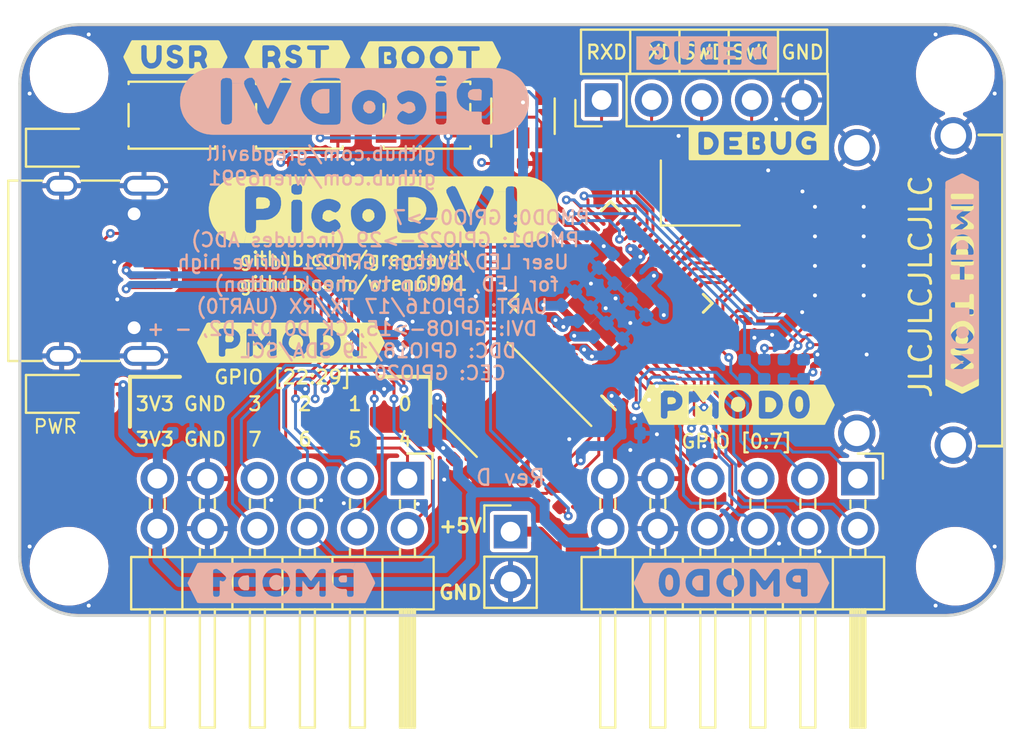
<source format=kicad_pcb>
(kicad_pcb (version 20221018) (generator pcbnew)
  (layers (0 "F.Cu" jumper) (1 "In1.Cu" power) (2 "In2.Cu" power) (31 "B.Cu" signal) (34 "B.Paste" user) (35 "F.Paste" user) (36 "B.SilkS" user "B.Silkscreen") (37 "F.SilkS" user "F.Silkscreen") (38 "B.Mask" user) (39 "F.Mask" user) (44 "Edge.Cuts" user))
  (net 0 "")
  (net 1 "+3V3")
  (net 2 "GND")
  (net 3 "+1V1")
  (net 4 "VBUS")
  (net 5 "/XOUT")
  (net 6 "/XIN")
  (net 7 "/DVI_D2+")
  (net 8 "/DVI_D1+")
  (net 9 "/DVI_D0+")
  (net 10 "/DVI_CK+")
  (net 11 "/DVI_D2-")
  (net 12 "/DVI_D1-")
  (net 13 "/DVI_D0-")
  (net 14 "/DVI_CK-")
  (net 15 "/USB_D-")
  (net 16 "no_connect_67")
  (net 17 "/USB_D+")
  (net 18 "/SWCLK")
  (net 19 "/SWDIO")
  (net 20 "/PMOD0_0")
  (net 21 "/PMOD0_4")
  (net 22 "/PMOD0_1")
  (net 23 "/PMOD0_5")
  (net 24 "/PMOD0_2")
  (net 25 "/PMOD0_6")
  (net 26 "/PMOD0_3")
  (net 27 "/PMOD0_7")
  (net 28 "/PMOD1_7")
  (net 29 "/PMOD1_3")
  (net 30 "/PMOD1_6")
  (net 31 "/PMOD1_2")
  (net 32 "/PMOD1_5")
  (net 33 "/PMOD1_1")
  (net 34 "/PMOD1_4")
  (net 35 "/PMOD1_0")
  (net 36 "Net-(J5-Pad13)")
  (net 37 "no_connect_68")
  (net 38 "Net-(J1-PadB5)")
  (net 39 "/RUN_~{RST}")
  (net 40 "Net-(R3-Pad2)")
  (net 41 "/FLASH_SD3")
  (net 42 "/FLASH_SCK")
  (net 43 "/FLASH_SD0")
  (net 44 "/FLASH_SD2")
  (net 45 "/FLASH_SD1")
  (net 46 "/USB_DX-")
  (net 47 "/USB_DX+")
  (net 48 "/FLASH_~{CS}")
  (net 49 "/UART_RX")
  (net 50 "/UART_TX")
  (net 51 "/USER_LED_BUTTON")
  (net 52 "Net-(D1-Pad2)")
  (net 53 "Net-(D2-Pad2)")
  (net 54 "Net-(R20-Pad2)")
  (net 55 "/uC_DVI_SCL")
  (net 56 "/uC_DVI_SDA")
  (net 57 "/uC_DVI_CEC")
  (net 58 "/uC_DVI_D2+")
  (net 59 "/uC_DVI_D1+")
  (net 60 "/uC_DVI_D0+")
  (net 61 "/uC_DVI_CK+")
  (net 62 "/uC_DVI_D2-")
  (net 63 "/uC_DVI_D1-")
  (net 64 "/uC_DVI_D0-")
  (net 65 "/uC_DVI_CK-")
  (net 66 "Net-(J1-PadA5)")
  (net 67 "Net-(J1-PadB8)")
  (net 68 "Net-(J1-PadA8)")
  (footprint "Resistor_SMD:R_0402_1005Metric" (layer "F.Cu") (at 221.195 101.43)
    (fp_text reference "R5" hide)
    (fp_text value "27R" hide)
  )
  (footprint "Resistor_SMD:R_0402_1005Metric" (layer "F.Cu") (at 221.195 100.43)
    (fp_text reference "R4" hide)
    (fp_text value "27R" hide)
  )
  (footprint "Resistor_SMD:R_0402_1005Metric" (layer "F.Cu") (at 227.35 108.2 -135)
    (fp_text reference "R2" hide)
    (fp_text value "DNF" hide)
  )
  (footprint "Resistor_SMD:R_0402_1005Metric" (layer "F.Cu") (at 214.35 92)
    (fp_text reference "R1" hide)
    (fp_text value "2k2" hide)
  )
  (footprint "Capacitor_SMD:C_0402_1005Metric" (layer "F.Cu") (at 232 92.8 90)
    (fp_text reference "C10" hide)
    (fp_text value "10p" hide)
  )
  (footprint "Resistor_SMD:R_0402_1005Metric" (layer "F.Cu") (at 204.5 103.75 -90)
    (fp_text reference "R11" hide)
    (fp_text value "2k2" hide)
  )
  (footprint "LED_SMD:LED_0805_2012Metric" (layer "F.Cu") (at 202 91.25)
    (fp_text reference "D1" hide)
    (fp_text value "LED" hide)
  )
  (footprint "picodvi:MH_M2" (layer "F.Cu") (at 202.5 87.5)
    (fp_text reference "REF**" hide)
    (fp_text value "MH_M2" hide)
  )
  (footprint "picodvi:MH_M2" (layer "F.Cu") (at 247.5 87.5)
    (fp_text reference "REF**" hide)
    (fp_text value "MH_M2" hide)
  )
  (footprint "LED_SMD:LED_0805_2012Metric" (layer "F.Cu") (at 202 103.75)
    (fp_text reference "D2" hide)
    (fp_text value "LED" hide)
  )
  (footprint "Package_SON:WSON-8-1EP_6x5mm_P1.27mm_EP3.4x4mm" (layer "F.Cu") (at 225.05 105.1 135)
    (fp_text reference "U3" hide)
    (fp_text value "W25Q16JV" hide)
  )
  (footprint "Capacitor_SMD:C_0402_1005Metric" (layer "F.Cu") (at 222.35 107.4 -45)
    (fp_text reference "C13" hide)
    (fp_text value "100n" hide)
  )
  (footprint "Connector_PinHeader_2.54mm:PinHeader_1x02_P2.54mm_Vertical" (layer "F.Cu") (at 224.917 110.744)
    (fp_text reference "J6" hide)
    (fp_text value "Conn_01x02" hide)
  )
  (footprint "Capacitor_SMD:C_0402_1005Metric" (layer "F.Cu") (at 227.2 112.014 -90)
    (fp_text reference "C24" hide)
    (fp_text value "1u" hide)
  )
  (footprint "picodvi:SW_SPST_PTS815" (layer "F.Cu") (at 214.2 89.6)
    (fp_text reference "SW1" hide)
    (fp_text value "SW_Push" hide)
  )
  (footprint "picodvi:SW_SPST_PTS815" (layer "F.Cu") (at 220.675 89.6)
    (fp_text reference "SW2" hide)
    (fp_text value "SW_Push" hide)
  )
  (footprint "picodvi:MH_M2" (layer "F.Cu") (at 247.5 112.5)
    (fp_text reference "REF**" hide)
    (fp_text value "MH_M2" hide)
  )
  (footprint "picodvi:MH_M2" (layer "F.Cu") (at 202.5 112.5)
    (fp_text reference "REF**" hide)
    (fp_text value "MH_M2" hide)
  )
  (footprint "picodvi:SW_SPST_PTS815" (layer "F.Cu") (at 207.725 89.6)
    (fp_text reference "SW3" hide)
    (fp_text value "SW_Push" hide)
  )
  (footprint "Resistor_SMD:R_0402_1005Metric" (layer "F.Cu") (at 227.75 109.15 -135)
    (fp_text reference "R3" hide)
    (fp_text value "2k2" hide)
  )
  (footprint "Capacitor_SMD:C_0402_1005Metric" (layer "F.Cu") (at 237.15 93.05 -90)
    (fp_text reference "C12" hide)
    (fp_text value "10p" hide)
  )
  (footprint "Crystal:Crystal_SMD_3225-4Pin_3.2x2.5mm" (layer "F.Cu") (at 234.55 93.55)
    (fp_text reference "Y1" hide)
    (fp_text value "12 M" hide)
  )
  (footprint "picodvi:QFN-56_EP_7x7_Pitch0.4mm" (layer "F.Cu") (at 230 99.15 135)
    (fp_text reference "U1" hide)
    (fp_text value "RP2040" hide)
  )
  (footprint "Capacitor_SMD:C_0402_1005Metric" (layer "F.Cu") (at 226.55 87.25)
    (fp_text reference "C11" hide)
    (fp_text value "1u" hide)
  )
  (footprint "Capacitor_SMD:C_0402_1005Metric" (layer "F.Cu") (at 225.05 92.05)
    (fp_text reference "C7" hide)
    (fp_text value "1u" hide)
  )
  (footprint "picodvi:PinHeader_1x05_P2.54mm_Vertical" (layer "F.Cu") (at 229.54 88.83 90)
    (fp_text reference "J2" hide)
    (fp_text value "Conn_01x05" hide)
  )
  (footprint "Resistor_SMD:R_0402_1005Metric" (layer "F.Cu") (at 209 93 180)
    (fp_text reference "R6" hide)
    (fp_text value "2k2" hide)
  )
  (footprint "Resistor_SMD:R_0402_1005Metric" (layer "F.Cu") (at 209 92.05)
    (fp_text reference "R20" hide)
    (fp_text value "2k2" hide)
  )
  (footprint "Connector_PinHeader_2.54mm:PinHeader_2x06_P2.54mm_Horizontal" (layer "F.Cu") (at 219.6846 108.0516 -90)
    (fp_text reference "J3" hide)
    (fp_text value "02x06" hide)
  )
  (footprint "picodvi:PinHeader_2x06_P2.54mm_Horizontal" (layer "F.Cu") (at 242.55476 108.0516 -90)
    (fp_text reference "J4" hide)
    (fp_text value "02x06" hide)
  )
  (footprint "picodvi:HDMI-SS-53000" (layer "F.Cu") (at 242.5 98.5 -90)
    (fp_text reference "J5" hide)
    (fp_text value "NOT_HDMI_A" hide)
  )
  (footprint "buzzardLabel" (layer "F.Cu") (at 231.45 104.3)
    (fp_text reference "" hide)
    (fp_text value "" hide)
  )
  (footprint "buzzardLabel" (layer "F.Cu") (at 217.3 86.7)
    (fp_text reference "")
    (fp_text value "")
  )
  (footprint "buzzardLabel" (layer "F.Cu") (at 209 101.15)
    (fp_text reference "" hide)
    (fp_text value "" hide)
  )
  (footprint "Connector_USB:USB_C_Receptacle_XKB_U262-16XN-4BVC11" (layer "F.Cu") (at 203.2 97.5 -90)
    (fp_text reference "J1" hide)
    (fp_text value "USB_C_Receptacle_USB2.0" hide)
  )
  (footprint "Resistor_SMD:R_0201_0603Metric" (layer "F.Cu") (at 237.3 100.05 180)
    (fp_text reference "R19" hide)
    (fp_text value "270" hide)
  )
  (footprint "Resistor_SMD:R_0201_0603Metric" (layer "F.Cu") (at 238.25 95.95 180)
    (fp_text reference "R13" hide)
    (fp_text value "270" hide)
  )
  (footprint "Resistor_SMD:R_0201_0603Metric" (layer "F.Cu") (at 238.25 96.6 180)
    (fp_text reference "R17" hide)
    (fp_text value "270" hide)
  )
  (footprint "buzzardLabel" (layer "F.Cu") (at 205.25 86.65)
    (fp_text reference "")
    (fp_text value "")
  )
  (footprint "Resistor_SMD:R_0201_0603Metric" (layer "F.Cu") (at 237.3 97.95 180)
    (fp_text reference "R14" hide)
    (fp_text value "270" hide)
  )
  (footprint "buzzardLabel" (layer "F.Cu") (at 247.85 103.75 90)
    (fp_text reference "" hide)
    (fp_text value "" hide)
  )
  (footprint "buzzardLabel" (layer "F.Cu") (at 211.4 86.65)
    (fp_text reference "")
    (fp_text value "")
  )
  (footprint "Resistor_SMD:R_0201_0603Metric" (layer "F.Cu") (at 238.25 94.5 180)
    (fp_text reference "R12" hide)
    (fp_text value "270" hide)
  )
  (footprint "Resistor_SMD:R_0402_1005Metric" (layer "F.Cu") (at 208.4 94.65 90)
    (fp_text reference "R22" hide)
    (fp_text value "5k1" hide)
  )
  (footprint "Resistor_SMD:R_0402_1005Metric" (layer "F.Cu") (at 208.45 100.5 -90)
    (fp_text reference "R21" hide)
    (fp_text value "5k1" hide)
  )
  (footprint "Resistor_SMD:R_0201_0603Metric" (layer "F.Cu") (at 237.3 99.4 180)
    (fp_text reference "R15" hide)
    (fp_text value "270" hide)
  )
  (footprint "Resistor_SMD:R_0201_0603Metric" (layer "F.Cu") (at 238.25 95.15 180)
    (fp_text reference "R16" hide)
    (fp_text value "270" hide)
  )
  (footprint "buzzardLabel" (layer "F.Cu") (at 233.545 91.03)
    (fp_text reference "" hide)
    (fp_text value "" hide)
  )
  (footprint "Resistor_SMD:R_0201_0603Metric" (layer "F.Cu") (at 237.3 98.6 180)
    (fp_text reference "R18" hide)
    (fp_text value "270" hide)
  )
  (footprint "buzzardLabel" (layer "F.Cu") (at 209.6 94.4)
    (fp_text reference "")
    (fp_text value "")
  )
  (footprint "Package_TO_SOT_SMD:SOT-23-5" (layer "F.Cu") (at 225.55 89.65 90)
    (fp_text reference "U2" hide)
    (fp_text value "NCP115ASN330" hide)
  )
  (footprint "Resistor_SMD:R_0402_1005Metric" (layer "B.Cu") (at 238.8 102.5 90)
    (fp_text reference "R8" hide)
    (fp_text value "2k2" hide)
  )
  (footprint "Capacitor_SMD:C_0402_1005Metric" (layer "B.Cu") (at 208.25 105.75)
    (fp_text reference "C23" hide)
    (fp_text value "1u" hide)
  )
  (footprint "Capacitor_SMD:C_0402_1005Metric" (layer "B.Cu") (at 229.45 100.5 45)
    (fp_text reference "C2" hide)
    (fp_text value "100n" hide)
  )
  (footprint "Capacitor_SMD:C_0402_1005Metric" (layer "B.Cu") (at 230.55 97.8 -135)
    (fp_text reference "C8" hide)
    (fp_text value "100n" hide)
  )
  (footprint "Capacitor_SMD:C_0402_1005Metric" (layer "B.Cu") (at 231.35 98.6 -135)
    (fp_text reference "C6" hide)
    (fp_text value "100n" hide)
  )
  (footprint "Capacitor_SMD:C_0402_1005Metric" (layer "B.Cu") (at 230.25 101.3 45)
    (fp_text reference "C5" hide)
    (fp_text value "100n" hide)
  )
  (footprint "Capacitor_SMD:C_0402_1005Metric" (layer "B.Cu") (at 232.15 99.4 -135)
    (fp_text reference "C4" hide)
    (fp_text value "100n" hide)
  )
  (footprint "Capacitor_SMD:C_0402_1005Metric" (layer "B.Cu") (at 229.75 97 -135)
    (fp_text reference "C9" hide)
    (fp_text value "100n" hide)
  )
  (footprint "Resistor_SMD:R_0402_1005Metric" (layer "B.Cu") (at 239.8 102.5 90)
    (fp_text reference "R9" hide)
    (fp_text value "2k2" hide)
  )
  (footprint "Resistor_SMD:R_0402_1005Metric" (layer "B.Cu") (at 236.8 102.5 90)
    (fp_text reference "R7" hide)
    (fp_text value "2k2" hide)
  )
  (footprint "Capacitor_SMD:C_0402_1005Metric" (layer "B.Cu") (at 228.65 99.7 45)
    (fp_text reference "C3" hide)
    (fp_text value "1u" hide)
  )
  (footprint "Capacitor_SMD:C_0402_1005Metric" (layer "B.Cu") (at 231 105.75)
    (fp_text reference "C22" hide)
    (fp_text value "1u" hide)
  )
  (footprint "Capacitor_SMD:C_0402_1005Metric" (layer "B.Cu") (at 227.85 98.9 45)
    (fp_text reference "C1" hide)
    (fp_text value "1u" hide)
  )
  (footprint "Resistor_SMD:R_0402_1005Metric" (layer "B.Cu") (at 237.8 102.5 -90)
    (fp_text reference "R10" hide)
    (fp_text value "270" hide)
  )
  (footprint "buzzardLabel" (layer "B.Cu") (at 218.05 113.35 180)
    (fp_text reference "" hide)
    (fp_text value "" hide)
  )
  (footprint "buzzardLabel" (layer "B.Cu") (at 238.85 86.45 180)
    (fp_text reference "" hide)
    (fp_text value "" hide)
  )
  (footprint "buzzardLabel" (layer "B.Cu") (at 225.85 88.9 180)
    (fp_text reference "")
    (fp_text value "")
  )
  (footprint "buzzardLabel" (layer "B.Cu") (at 247.85 103.4 90)
    (fp_text reference "" hide)
    (fp_text value "" hide)
  )
  (footprint "buzzardLabel" (layer "B.Cu") (at 241.1 113.35 180)
    (fp_text reference "" hide)
    (fp_text value "" hide)
  )
  (gr_line (start 240.995 85.255) (end 240.995 87.505) (stroke (width 0.12)) (layer "F.SilkS"))
  (gr_line (start 238.495 85.255) (end 238.495 87.505) (stroke (width 0.12)) (layer "F.SilkS"))
  (gr_line (start 235.995 85.255) (end 235.995 87.505) (stroke (width 0.12)) (layer "F.SilkS"))
  (gr_line (start 233.495 85.255) (end 233.495 87.505) (stroke (width 0.12)) (layer "F.SilkS"))
  (gr_line (start 240.995 87.505) (end 228.495 87.505) (stroke (width 0.12)) (layer "F.SilkS"))
  (gr_line (start 230.995 85.255) (end 230.995 87.505) (stroke (width 0.12)) (layer "F.SilkS"))
  (gr_line (start 228.495 87.505) (end 228.495 85.255) (stroke (width 0.12)) (layer "F.SilkS"))
  (gr_line (start 228.495 85.255) (end 240.995 85.255) (stroke (width 0.12)) (layer "F.SilkS"))
  (gr_line (start 220.834 105.423) (end 220.834 102.883) (stroke (width 0.2)) (layer "F.SilkS"))
  (gr_line (start 205.594 105.423) (end 205.594 102.883) (stroke (width 0.2)) (layer "F.SilkS"))
  (gr_line (start 205.594 102.883) (end 208.134 102.883) (stroke (width 0.2)) (layer "F.SilkS"))
  (gr_line (start 220.834 102.883) (end 218.294 102.883) (stroke (width 0.2)) (layer "F.SilkS"))
  (gr_arc (start 203 115) (mid 200.87868 114.12132) (end 200 112) (stroke (width 0.15)) (layer "Edge.Cuts"))
  (gr_line (start 203 85) (end 247 85) (stroke (width 0.15)) (layer "Edge.Cuts"))
  (gr_line (start 200 112) (end 200 88) (stroke (width 0.15)) (layer "Edge.Cuts"))
  (gr_arc (start 250 112) (mid 249.12132 114.12132) (end 247 115) (stroke (width 0.15)) (layer "Edge.Cuts"))
  (gr_line (start 247 115) (end 203 115) (stroke (width 0.15)) (layer "Edge.Cuts"))
  (gr_line (start 250 88) (end 250 112) (stroke (width 0.15)) (layer "Edge.Cuts"))
  (gr_arc (start 200 88) (mid 200.87868 85.87868) (end 203 85) (stroke (width 0.15)) (layer "Edge.Cuts"))
  (gr_arc (start 247 85) (mid 249.12132 85.87868) (end 250 88) (stroke (width 0.15)) (layer "Edge.Cuts"))
  (gr_text "Rev D" (at 224.917 108) (layer "B.SilkS") (effects (font (size 0.8 0.8) (thickness 0.12)) (justify mirror)))
  (gr_text "github.com/wren6991" (at 215.35 92.8) (layer "B.SilkS") (effects (font (size 0.7 0.7) (thickness 0.12)) (justify mirror)))
  (gr_text " PMOD0: GPIO0->7\n  PMOD1: GPIO22->29 (includes ADC)\n   User LED/Button: GPIO21 (drive high\n    for LED, pullup to check button)\n     UART: GPIO16/17 TX/RX (UART0) \n      DVI: GPIO8->15, CK D0 D1 D2, - +\n        DDC: GPIO18/19 SDA/SCL\n         CEC: GPIO20" (at 229.55 98.75) (layer "B.SilkS") (effects (font (size 0.7 0.7) (thickness 0.12)) (justify left mirror)))
  (gr_text "github.com/gregdavill\n" (at 215.3 91.55) (layer "B.SilkS") (effects (font (size 0.7 0.7) (thickness 0.12)) (justify mirror)))
  (gr_text "PWR" (at 201.803 105.41) (layer "F.SilkS") (effects (font (size 0.7 0.7) (thickness 0.1))))
  (gr_text "0" (at 219.564 104.258) (layer "F.SilkS") (effects (font (size 0.7 0.7) (thickness 0.12))))
  (gr_text "4" (at 219.564 106.058) (layer "F.SilkS") (effects (font (size 0.7 0.7) (thickness 0.12))))
  (gr_text "1" (at 217.024 104.258) (layer "F.SilkS") (effects (font (size 0.7 0.7) (thickness 0.12))))
  (gr_text "2" (at 214.484 104.258) (layer "F.SilkS") (effects (font (size 0.7 0.7) (thickness 0.12))))
  (gr_text "3" (at 211.944 104.258) (layer "F.SilkS") (effects (font (size 0.7 0.7) (thickness 0.12))))
  (gr_text "5" (at 217.024 106.058) (layer "F.SilkS") (effects (font (size 0.7 0.7) (thickness 0.12))))
  (gr_text "7" (at 211.944 106.058) (layer "F.SilkS") (effects (font (size 0.7 0.7) (thickness 0.12))))
  (gr_text "6\n" (at 214.484 106.058) (layer "F.SilkS") (effects (font (size 0.7 0.7) (thickness 0.12))))
  (gr_text "GND" (at 209.404 104.258) (layer "F.SilkS") (effects (font (size 0.7 0.7) (thickness 0.12))))
  (gr_text "GND" (at 209.404 106.058) (layer "F.SilkS") (effects (font (size 0.7 0.7) (thickness 0.12))))
  (gr_text "3V3" (at 206.864 104.258) (layer "F.SilkS") (effects (font (size 0.7 0.7) (thickness 0.12))))
  (gr_text "3V3" (at 206.864 106.058) (layer "F.SilkS") (effects (font (size 0.7 0.7) (thickness 0.12))))
  (gr_text "\nGPIO [0:7]" (at 236.4 105.6) (layer "F.SilkS") (effects (font (size 0.7 0.7) (thickness 0.12))))
  (gr_text "GPIO [22:29]\n" (at 213.35 102.9) (layer "F.SilkS") (effects (font (size 0.7 0.7) (thickness 0.12))))
  (gr_text "+5V\n\n\nGND" (at 222.377 112.141) (layer "F.SilkS") (effects (font (size 0.7 0.7))))
  (gr_text "GND" (at 239.745 86.405) (layer "F.SilkS") (effects (font (size 0.7 0.7) (thickness 0.12))))
  (gr_text "SWC" (at 237.245 86.405) (layer "F.SilkS") (effects (font (size 0.7 0.7) (thickness 0.12))))
  (gr_text "SWD" (at 234.745 86.405) (layer "F.SilkS") (effects (font (size 0.7 0.7) (thickness 0.12))))
  (gr_text "TXD" (at 232.295 86.405) (layer "F.SilkS") (effects (font (size 0.7 0.7) (thickness 0.12))))
  (gr_text "RXD" (at 229.795 86.405) (layer "F.SilkS") (effects (font (size 0.7 0.7) (thickness 0.12))))
  (gr_text "JLCJLCJLCJLC" (at 245.745 98.298 90) (layer "F.SilkS") (effects (font (size 1.1 1.1))))
  (gr_text "github.com/wren6991" (at 216.95 98.15) (layer "F.SilkS") (effects (font (size 0.7 0.7) (thickness 0.12))))
  (gr_text "github.com/gregdavill\n" (at 217 96.9) (layer "F.SilkS") (effects (font (size 0.7 0.7) (thickness 0.12))))
  (segment (start 227.692947 107.857053) (end 227.756549 107.857053) (width 0.15) (layer "F.Cu") (net 1))
  (segment (start 205.255 103.265) (end 205.27 103.28) (width 0.15) (layer "F.Cu") (net 1))
  (segment (start 224.6 87.8) (end 224.6 88.55) (width 0.15) (layer "F.Cu") (net 1))
  (segment (start 234.75 101.6) (end 235.7 101.6) (width 0.15) (layer "F.Cu") (net 1))
  (segment (start 235.7 101.6) (end 236 101.9) (width 0.15) (layer "F.Cu") (net 1))
  (segment (start 222.007053 107.007053) (end 221.5 106.5) (width 0.15) (layer "F.Cu") (net 1))
  (segment (start 226.065 87.25) (end 225.15 87.25) (width 0.15) (layer "F.Cu") (net 1))
  (segment (start 227.756549 107.857053) (end 228.481801 107.131801) (width 0.15) (layer "F.Cu") (net 1))
  (segment (start 222.007053 107.057053) (end 222.007053 107.007053) (width 0.15) (layer "F.Cu") (net 1))
  (segment (start 231.975001 96.892156) (end 231.975001 97.525001) (width 0.2) (layer "F.Cu") (net 1))
  (segment (start 225.55 88.95) (end 225 88.95) (width 0.15) (layer "F.Cu") (net 1))
  (segment (start 213.865 92) (end 213.25 92) (width 0.15) (layer "F.Cu") (net 1))
  (segment (start 204.5 103.265) (end 205.255 103.265) (width 0.15) (layer "F.Cu") (net 1))
  (segment (start 225.15 87.25) (end 224.6 87.8) (width 0.15) (layer "F.Cu") (net 1))
  (segment (start 225 88.95) (end 224.6 88.55) (width 0.15) (layer "F.Cu") (net 1))
  (segment (start 232.333452 96.533705) (end 231.975001 96.892156) (width 0.2) (layer "F.Cu") (net 1))
  (segment (start 231.975001 97.525001) (end 232.2 97.75) (width 0.2) (layer "F.Cu") (net 1))
  (segment (start 221.82029 104.564367) (end 221.205923 103.95) (width 0.15) (layer "F.Cu") (net 1))
  (segment (start 221.205923 103.95) (end 221.2 103.95) (width 0.15) (layer "F.Cu") (net 1))
  (segment (start 233.181981 100.917767) (end 233.864214 101.6) (width 0.15) (layer "F.Cu") (net 1))
  (segment (start 233.864214 101.6) (end 234.75 101.6) (width 0.15) (layer "F.Cu") (net 1))
  (via (at 228.15 100.8) (size 0.45) (drill 0.2) (layers "F.Cu" "B.Cu") (net 1))
  (via (at 221.2 103.95) (size 0.45) (drill 0.2) (layers "F.Cu" "B.Cu") (net 1))
  (via (at 228.481801 107.131801) (size 0.45) (drill 0.2) (layers "F.Cu" "B.Cu") (net 1))
  (via (at 226.58558 99.23558) (size 0.45) (drill 0.2) (layers "F.Cu" "B.Cu") (net 1))
  (via (at 205.25 103.3) (size 0.45) (drill 0.2) (layers "F.Cu" "B.Cu") (net 1))
  (via (at 232.7 99.75) (size 0.45) (drill 0.2) (layers "F.Cu" "B.Cu") (net 1))
  (via (at 232.2 97.75) (size 0.45) (drill 0.2) (layers "F.Cu" "B.Cu") (net 1))
  (via (at 236 101.9) (size 0.45) (drill 0.2) (layers "F.Cu" "B.Cu") (net 1))
  (via (at 229.65 96.25) (size 0.45) (drill 0.2) (layers "F.Cu" "B.Cu") (net 1))
  (via (at 230.05 103.85) (size 0.45) (drill 0.2) (layers "F.Cu" "B.Cu") (net 1))
  (via (at 225.55 88.95) (size 0.45) (drill 0.2) (layers "F.Cu" "B.Cu") (net 1))
  (via (at 213.25 92) (size 0.45) (drill 0.2) (layers "F.Cu" "B.Cu") (net 1))
  (via (at 221.5 106.5) (size 0.45) (drill 0.2) (layers "F.Cu" "B.Cu") (net 1))
  (segment (start 221.85 113.3) (end 208.1 113.3) (width 0.5) (layer "B.Cu") (net 1))
  (segment (start 228.805 106.395) (end 228.481801 106.718199) (width 0.5) (layer "B.Cu") (net 1))
  (segment (start 229.8084 110.5916) (end 229.1 111.3) (width 0.5) (layer "B.Cu") (net 1))
  (segment (start 236.435 102.985) (end 236.1 102.65) (width 0.15) (layer "B.Cu") (net 1))
  (segment (start 228.481801 106.718199) (end 228.481801 107.131801) (width 0.5) (layer "B.Cu") (net 1))
  (segment (start 226.65 110.2) (end 226.65 109.3) (width 0.5) (layer "B.Cu") (net 1))
  (segment (start 224 90.15) (end 224.65 89.5) (width 0.15) (layer "B.Cu") (net 1))
  (segment (start 229.87 110.57636) (end 229.85476 110.5916) (width 0.5) (layer "B.Cu") (net 1))
  (segment (start 216.95 91.5) (end 219.9 91.5) (width 0.15) (layer "B.Cu") (net 1))
  (segment (start 229.1 95.7) (end 227.6 95.7) (width 0.5) (layer "B.Cu") (net 1))
  (segment (start 230.515 104.315) (end 230.05 103.85) (width 0.5) (layer "B.Cu") (net 1))
  (segment (start 205.25 105.8) (end 205.25 103.3) (width 0.5) (layer "B.Cu") (net 1))
  (segment (start 229.1 111.3) (end 227.75 111.3) (width 0.5) (layer "B.Cu") (net 1))
  (segment (start 222.9 108.95) (end 222.9 112.25) (width 0.5) (layer "B.Cu") (net 1))
  (segment (start 205.955 106.505) (end 205.5 106.05) (width 0.5) (layer "B.Cu") (net 1))
  (segment (start 231.692947 98.257053) (end 232.2 97.75) (width 0.5) (layer "B.Cu") (net 1))
  (segment (start 236.8 102.985) (end 236.435 102.985) (width 0.15) (layer "B.Cu") (net 1))
  (segment (start 230.515 105.75) (end 230.515 104.315) (width 0.5) (layer "B.Cu") (net 1))
  (segment (start 223.1 108.75) (end 222.9 108.95) (width 0.5) (layer "B.Cu") (net 1))
  (segment (start 229.87 106.92) (end 229.87 108.077) (width 0.5) (layer "B.Cu") (net 1))
  (segment (start 222.25 107.25) (end 221.725 106.725) (width 0.5) (layer "B.Cu") (net 1))
  (segment (start 229.107053 100.842947) (end 228.192947 100.842947) (width 0.5) (layer "B.Cu") (net 1))
  (segment (start 229.87 106.395) (end 229.87 106.92) (width 0.5) (layer "B.Cu") (net 1))
  (segment (start 231.692947 98.257053) (end 232.492947 99.057053) (width 0.5) (layer "B.Cu") (net 1))
  (segment (start 221.725 106.725) (end 221.2 106.2) (width 0.5) (layer "B.Cu") (net 1))
  (segment (start 225.2 88.95) (end 225.55 88.95) (width 0.15) (layer "B.Cu") (net 1))
  (segment (start 225.55 93.65) (end 225.55 88.95) (width 0.5) (layer "B.Cu") (net 1))
  (segment (start 222.25 107.9) (end 222.25 107.25) (width 0.5) (layer "B.Cu") (net 1))
  (segment (start 232.7 99.264106) (end 232.7 99.75) (width 0.5) (layer "B.Cu") (net 1))
  (segment (start 208.1 113.3) (end 206.9846 112.1846) (width 0.5) (layer "B.Cu") (net 1))
  (segment (start 207.01 106.505) (end 207.01 106.81) (width 0.5) (layer "B.Cu") (net 1))
  (segment (start 207.765 105.75) (end 207.01 106.505) (width 0.5) (layer "B.Cu") (net 1))
  (segment (start 226.65 109.3) (end 226.1 108.75) (width 0.5) (layer "B.Cu") (net 1))
  (segment (start 236.1 102.65) (end 236.1 102) (width 0.15) (layer "B.Cu") (net 1))
  (segment (start 227.6 95.7) (end 225.55 93.65) (width 0.5) (layer "B.Cu") (net 1))
  (segment (start 227.542633 99.278527) (end 226.628527 99.278527) (width 0.5) (layer "B.Cu") (net 1))
  (segment (start 205.5 106.05) (end 205.25 105.8) (width 0.5) (layer "B.Cu") (net 1))
  (segment (start 221.2 106.2) (end 221.2 103.95) (width 0.5) (layer "B.Cu") (net 1))
  (segment (start 228.192947 100.842947) (end 228.15 100.8) (width 0.5) (layer "B.Cu") (net 1))
  (segment (start 230.057053 96.657053) (end 229.65 96.25) (width 0.5) (layer "B.Cu") (net 1))
  (segment (start 221.725 106.725) (end 221.5 106.5) (width 0.5) (layer "B.Cu") (net 1))
  (segment (start 229.65 96.25) (end 229.1 95.7) (width 0.5) (layer "B.Cu") (net 1))
  (segment (start 206.9846 112.1846) (end 206.9846 110.5916) (width 0.5) (layer "B.Cu") (net 1))
  (segment (start 229.87 106.395) (end 228.805 106.395) (width 0.5) (layer "B.Cu") (net 1))
  (segment (start 226.1 108.75) (end 223.1 108.75) (width 0.5) (layer "B.Cu") (net 1))
  (segment (start 221.15 90.25) (end 221.25 90.15) (width 0.15) (layer "B.Cu") (net 1))
  (segment (start 221.25 90.15) (end 221.9 90.15) (width 0.15) (layer "B.Cu") (net 1))
  (segment (start 232.492947 99.057053) (end 232.7 99.264106) (width 0.5) (layer "B.Cu") (net 1))
  (segment (start 207.01 110.5662) (end 206.9846 110.5916) (width 0.5) (layer "B.Cu") (net 1))
  (segment (start 229.85476 110.5916) (end 229.8084 110.5916) (width 0.5) (layer "B.Cu") (net 1))
  (segment (start 207.01 106.505) (end 205.955 106.505) (width 0.5) (layer "B.Cu") (net 1))
  (segment (start 236.1 102) (end 236 101.9) (width 0.15) (layer "B.Cu") (net 1))
  (segment (start 227.75 111.3) (end 226.65 110.2) (width 0.5) (layer "B.Cu") (net 1))
  (segment (start 226.628527 99.278527) (end 226.58558 99.23558) (width 0.5) (layer "B.Cu") (net 1))
  (segment (start 213.25 92) (end 213.75 91.5) (width 0.15) (layer "B.Cu") (net 1))
  (segment (start 207.01 106.81) (end 207.01 108.077) (width 0.5) (layer "B.Cu") (net 1))
  (segment (start 221.9 90.15) (end 224 90.15) (width 0.15) (layer "B.Cu") (net 1))
  (segment (start 229.87 106.92) (end 229.87 110.57636) (width 0.5) (layer "B.Cu") (net 1))
  (segment (start 219.9 91.5) (end 221.15 90.25) (width 0.15) (layer "B.Cu") (net 1))
  (segment (start 223.1 108.75) (end 222.25 107.9) (width 0.5) (layer "B.Cu") (net 1))
  (segment (start 222.9 112.25) (end 221.85 113.3) (width 0.5) (layer "B.Cu") (net 1))
  (segment (start 213.75 91.5) (end 216.95 91.5) (width 0.15) (layer "B.Cu") (net 1))
  (segment (start 230.515 105.75) (end 229.87 106.395) (width 0.5) (layer "B.Cu") (net 1))
  (segment (start 224.65 89.5) (end 225.2 88.95) (width 0.15) (layer "B.Cu") (net 1))
  (segment (start 207.01 106.81) (end 207.01 110.5662) (width 0.5) (layer "B.Cu") (net 1))
  (segment (start 232.9 92.7) (end 232.515 92.315) (width 0.15) (layer "F.Cu") (net 2))
  (segment (start 236.285 94.4) (end 237.15 93.535) (width 0.15) (layer "F.Cu") (net 2))
  (segment (start 233.45 92.7) (end 232.9 92.7) (width 0.15) (layer "F.Cu") (net 2))
  (segment (start 232.515 92.315) (end 232 92.315) (width 0.15) (layer "F.Cu") (net 2))
  (segment (start 235.65 94.4) (end 236.285 94.4) (width 0.15) (layer "F.Cu") (net 2))
  (segment (start 227.9 106.015343) (end 228.27971 105.635633) (width 0.15) (layer "F.Cu") (net 2))
  (segment (start 227.9 106.05) (end 227.9 106.015343) (width 0.15) (layer "F.Cu") (net 2))
  (via (at 242.85 94.25) (size 0.45) (drill 0.2) (layers "F.Cu" "B.Cu") (net 2))
  (via (at 242.85 95.75) (size 0.45) (drill 0.2) (layers "F.Cu" "B.Cu") (net 2))
  (via (at 242.85 97.25) (size 0.45) (drill 0.2) (layers "F.Cu" "B.Cu") (net 2))
  (via (at 242.85 98.75) (size 0.45) (drill 0.2) (layers "F.Cu" "B.Cu") (net 2))
  (via (at 243 101.75) (size 0.45) (drill 0.2) (layers "F.Cu" "B.Cu") (net 2))
  (via (at 229.75 99.4) (size 0.45) (drill 0.2) (layers "F.Cu" "B.Cu") (net 2))
  (via (at 231 100.15) (size 0.45) (drill 0.2) (layers "F.Cu" "B.Cu") (net 2))
  (via (at 230.25 98.9) (size 0.45) (drill 0.2) (layers "F.Cu" "B.Cu") (net 2))
  (via (at 229 98.15) (size 0.45) (drill 0.2) (layers "F.Cu" "B.Cu") (net 2))
  (via (at 240.5 101.75) (size 0.45) (drill 0.2) (layers "F.Cu" "B.Cu") (net 2))
  (via (at 238 92.4) (size 0.45) (drill 0.2) (layers "F.Cu" "B.Cu") (net 2))
  (via (at 238.4 89.8) (size 0.45) (drill 0.2) (layers "F.Cu" "B.Cu") (net 2))
  (via (at 237.3 100.9) (size 0.45) (drill 0.2) (layers "F.Cu" "B.Cu") (net 2))
  (via (at 249.5 88.5) (size 0.45) (drill 0.2) (layers "F.Cu" "B.Cu") (net 2))
  (via (at 246.5 85.5) (size 0.45) (drill 0.2) (layers "F.Cu" "B.Cu") (net 2))
  (via (at 203.5 85.5) (size 0.45) (drill 0.2) (layers "F.Cu" "B.Cu") (net 2))
  (via (at 200.5 88.5) (size 0.45) (drill 0.2) (layers "F.Cu" "B.Cu") (net 2))
  (via (at 200.5 111.5) (size 0.45) (drill 0.2) (layers "F.Cu" "B.Cu") (net 2))
  (via (at 203.5 114.5) (size 0.45) (drill 0.2) (layers "F.Cu" "B.Cu") (net 2))
  (via (at 246.5 114.5) (size 0.45) (drill 0.2) (layers "F.Cu" "B.Cu") (net 2))
  (via (at 249.5 111.5) (size 0.45) (drill 0.2) (layers "F.Cu" "B.Cu") (net 2))
  (via (at 221.845 99.63) (size 0.45) (drill 0.2) (layers "F.Cu" "B.Cu") (net 2))
  (via (at 219.945 100.08) (size 0.45) (drill 0.2) (layers "F.Cu" "B.Cu") (net 2))
  (via (at 219.95 101.85) (size 0.45) (drill 0.2) (layers "F.Cu" "B.Cu") (net 2))
  (via (at 218.8 101.85) (size 0.45) (drill 0.2) (layers "F.Cu" "B.Cu") (net 2))
  (via (at 236.15 111.15) (size 0.45) (drill 0.2) (layers "F.Cu" "B.Cu") (net 2))
  (via (at 238.55 111.35) (size 0.45) (drill 0.2) (layers "F.Cu" "B.Cu") (net 2))
  (via (at 240.6 111.75) (size 0.45) (drill 0.2) (layers "F.Cu" "B.Cu") (net 2))
  (via (at 218.65 99.95) (size 0.45) (drill 0.2) (layers "F.Cu" "B.Cu") (net 2))
  (via (at 240.375 94.25) (size 0.45) (drill 0.2) (layers "F.Cu" "B.Cu") (net 2))
  (via (at 240.375 95.75) (size 0.45) (drill 0.2) (layers "F.Cu" "B.Cu") (net 2))
  (via (at 240.375 97.25) (size 0.45) (drill 0.2) (layers "F.Cu" "B.Cu") (net 2))
  (via (at 240.375 98.75) (size 0.45) (drill 0.2) (layers "F.Cu" "B.Cu") (net 2))
  (via (at 239.725 99.6) (size 0.45) (drill 0.2) (layers "F.Cu" "B.Cu") (net 2))
  (via (at 238.2 100.75) (size 0.45) (drill 0.2) (layers "F.Cu" "B.Cu") (net 2))
  (via (at 239.74 93.47) (size 0.45) (drill 0.2) (layers "F.Cu" "B.Cu") (net 2))
  (via (at 233.45 90.65) (size 0.45) (drill 0.2) (layers "F.Cu" "B.Cu") (net 2))
  (via (at 220.21 109.34) (size 0.45) (drill 0.2) (layers "F.Cu" "B.Cu") (net 2))
  (via (at 216.45 109.3) (size 0.45) (drill 0.2) (layers "F.Cu" "B.Cu") (net 2))
  (via (at 215.3 109.15) (size 0.45) (drill 0.2) (layers "F.Cu" "B.Cu") (net 2))
  (via (at 212.77 109.14) (size 0.45) (drill 0.2) (layers "F.Cu" "B.Cu") (net 2))
  (via (at 221.55 108.1) (size 0.45) (drill 0.2) (layers "F.Cu" "B.Cu") (net 2))
  (via (at 214.5 103.5) (size 0.45) (drill 0.2) (layers "F.Cu" "B.Cu") (net 2))
  (via (at 227.9 106.05) (size 0.45) (drill 0.2) (layers "F.Cu" "B.Cu") (net 2))
  (via (at 234.75 106.4) (size 0.45) (drill 0.2) (layers "F.Cu" "B.Cu") (net 2))
  (via (at 204.8 97.05) (size 0.45) (drill 0.2) (layers "F.Cu" "B.Cu") (net 2))
  (via (at 232.35 105.8) (size 0.45) (drill 0.2) (layers "F.Cu" "B.Cu") (net 2))
  (via (at 231.2 105) (size 0.45) (drill 0.2) (layers "F.Cu" "B.Cu") (net 2))
  (via (at 223.15 98.8) (size 0.45) (drill 0.2) (layers "F.Cu" "B.Cu") (net 2))
  (via (at 224.65 98.4) (size 0.45) (drill 0.2) (layers "F.Cu" "B.Cu") (net 2))
  (via (at 218.5 103.5) (size 0.45) (drill 0.2) (layers "F.Cu" "B.Cu") (net 2))
  (via (at 204.95 98.95) (size 0.45) (drill 0.2) (layers "F.Cu" "B.Cu") (net 2))
  (via (at 216.9 92.05) (size 0.45) (drill 0.2) (layers "F.Cu" "B.Cu") (net 2))
  (via (at 231 106.6) (size 0.45) (drill 0.2) (layers "F.Cu" "B.Cu") (net 2))
  (segment (start 232.045846 96.250862) (end 231.510748 96.78596) (width 0.2) (layer "F.Cu") (net 3))
  (via (at 229.05 101.85) (size 0.45) (drill 0.2) (layers "F.Cu" "B.Cu") (net 3))
  (via (at 231 96.4) (size 0.45) (drill 0.2) (layers "F.Cu" "B.Cu") (net 3))
  (via (at 228.649992 101.499992) (size 0.45) (drill 0.2) (layers "F.Cu" "B.Cu") (net 3))
  (via (at 227.2 100) (size 0.45) (drill 0.2) (layers "F.Cu" "B.Cu") (net 3))
  (via (at 227.6 100.35) (size 0.45) (drill 0.2) (layers "F.Cu" "B.Cu") (net 3))
  (via (at 231.510748 96.78596) (size 0.45) (drill 0.2) (layers "F.Cu" "B.Cu") (net 3))
  (segment (start 227.2 100) (end 227.55 100.35) (width 0.5) (layer "B.Cu") (net 3))
  (segment (start 228.95 101.8) (end 228.649992 101.499992) (width 0.5) (layer "B.Cu") (net 3))
  (segment (start 230.892947 97.403761) (end 231.510748 96.78596) (width 0.5) (layer "B.Cu") (net 3))
  (segment (start 227.55 100.35) (end 227.6 100.35) (width 0.5) (layer "B.Cu") (net 3))
  (segment (start 231.124788 96.4) (end 231.510748 96.78596) (width 0.5) (layer "B.Cu") (net 3))
  (segment (start 228.307053 100.042947) (end 227.835021 100.042947) (width 0.5) (layer "B.Cu") (net 3))
  (segment (start 231 96.4) (end 231.124788 96.4) (width 0.5) (layer "B.Cu") (net 3))
  (segment (start 227.835021 100.042947) (end 227.6 100.277968) (width 0.5) (layer "B.Cu") (net 3))
  (segment (start 229.75 101.8) (end 228.95 101.8) (width 0.5) (layer "B.Cu") (net 3))
  (segment (start 229.907053 101.642947) (end 229.75 101.8) (width 0.5) (layer "B.Cu") (net 3))
  (segment (start 227.6 100.277968) (end 227.6 100.35) (width 0.5) (layer "B.Cu") (net 3))
  (segment (start 224.565 90.785) (end 224.6 90.75) (width 0.15) (layer "F.Cu") (net 4))
  (segment (start 205.8 95.6) (end 204.6 95.6) (width 0.15) (layer "F.Cu") (net 4))
  (segment (start 224.6 89.95) (end 224.6 90.75) (width 0.15) (layer "F.Cu") (net 4))
  (segment (start 223.5 92.05) (end 224.565 92.05) (width 0.15) (layer "F.Cu") (net 4))
  (segment (start 241.6 102.25) (end 240.777002 102.25) (width 0.3) (layer "F.Cu") (net 4))
  (segment (start 224.917 110.744) (end 226.415 110.744) (width 0.5) (layer "F.Cu") (net 4))
  (segment (start 204.05 99.45) (end 204.5 99.9) (width 0.15) (layer "F.Cu") (net 4))
  (segment (start 204.6 95.6) (end 204.05 96.15) (width 0.15) (layer "F.Cu") (net 4))
  (segment (start 205.8 99.6) (end 205.95 99.75) (width 0.15) (layer "F.Cu") (net 4))
  (segment (start 226.415 110.744) (end 227.2 111.529) (width 0.5) (layer "F.Cu") (net 4))
  (segment (start 226.5 90.75) (end 226.5 90) (width 0.15) (layer "F.Cu") (net 4))
  (segment (start 206.87 95.25) (end 206.15 95.25) (width 0.15) (layer "F.Cu") (net 4))
  (segment (start 240.752001 102.275001) (end 240.331771 102.275001) (width 0.3) (layer "F.Cu") (net 4))
  (segment (start 205 99.9) (end 205.3 99.6) (width 0.15) (layer "F.Cu") (net 4))
  (segment (start 204.05 96.15) (end 204.05 99.45) (width 0.15) (layer "F.Cu") (net 4))
  (segment (start 224.85 89.7) (end 224.6 89.95) (width 0.15) (layer "F.Cu") (net 4))
  (segment (start 240.27497 102.331802) (end 240.27497 102.65) (width 0.3) (layer "F.Cu") (net 4))
  (segment (start 204.5 99.9) (end 205 99.9) (width 0.15) (layer "F.Cu") (net 4))
  (segment (start 226.5 90) (end 226.2 89.7) (width 0.15) (layer "F.Cu") (net 4))
  (segment (start 240.777002 102.25) (end 240.752001 102.275001) (width 0.3) (layer "F.Cu") (net 4))
  (segment (start 240.331771 102.275001) (end 240.27497 102.331802) (width 0.3) (layer "F.Cu") (net 4))
  (segment (start 205.3 99.6) (end 205.8 99.6) (width 0.15) (layer "F.Cu") (net 4))
  (segment (start 206.15 95.25) (end 205.8 95.6) (width 0.15) (layer "F.Cu") (net 4))
  (segment (start 205.95 99.75) (end 206.87 99.75) (width 0.15) (layer "F.Cu") (net 4))
  (segment (start 224.565 92.05) (end 224.565 90.785) (width 0.15) (layer "F.Cu") (net 4))
  (segment (start 226.2 89.7) (end 224.85 89.7) (width 0.15) (layer "F.Cu") (net 4))
  (segment (start 223.45 92) (end 223.5 92.05) (width 0.15) (layer "F.Cu") (net 4))
  (via (at 204.6 95.6) (size 0.45) (drill 0.2) (layers "F.Cu" "B.Cu") (net 4))
  (via (at 240.27497 102.65) (size 0.45) (drill 0.2) (layers "F.Cu" "B.Cu") (net 4))
  (via (at 223.45 92) (size 0.45) (drill 0.2) (layers "F.Cu" "B.Cu") (net 4))
  (segment (start 240.135 102.65) (end 240.27497 102.65) (width 0.15) (layer "B.Cu") (net 4))
  (segment (start 239.8 102.985) (end 240.135 102.65) (width 0.15) (layer "B.Cu") (net 4))
  (segment (start 238.8 102.985) (end 239.8 102.985) (width 0.15) (layer "B.Cu") (net 4))
  (segment (start 233.5 94.4) (end 233.45 94.4) (width 0.15) (layer "F.Cu") (net 5))
  (segment (start 232 93.285) (end 232.335 93.285) (width 0.15) (layer "F.Cu") (net 5))
  (segment (start 232.616295 96.816548) (end 234.15 95.282843) (width 0.15) (layer "F.Cu") (net 5))
  (segment (start 232.335 93.285) (end 233.45 94.4) (width 0.15) (layer "F.Cu") (net 5))
  (segment (start 234.15 95.05) (end 233.5 94.4) (width 0.15) (layer "F.Cu") (net 5))
  (segment (start 234.15 95.282843) (end 234.15 95.05) (width 0.15) (layer "F.Cu") (net 5))
  (segment (start 234.55 95.448528) (end 234.55 93.8) (width 0.15) (layer "F.Cu") (net 6))
  (segment (start 232.899138 97.09939) (end 234.55 95.448528) (width 0.15) (layer "F.Cu") (net 6))
  (segment (start 237.15 92.565) (end 235.785 92.565) (width 0.15) (layer "F.Cu") (net 6))
  (segment (start 235.785 92.565) (end 235.65 92.7) (width 0.15) (layer "F.Cu") (net 6))
  (segment (start 234.55 93.8) (end 235.65 92.7) (width 0.15) (layer "F.Cu") (net 6))
  (segment (start 239.824999 94.1) (end 240.174999 93.75) (width 0.15) (layer "F.Cu") (net 7))
  (segment (start 238.744999 94.674999) (end 238.812867 94.674999) (width 0.15) (layer "F.Cu") (net 7))
  (segment (start 238.812867 94.674999) (end 239.387866 94.1) (width 0.15) (layer "F.Cu") (net 7))
  (segment (start 238.57 94.5) (end 238.744999 94.674999) (width 0.15) (layer "F.Cu") (net 7))
  (segment (start 240.174999 93.75) (end 241.6 93.75) (width 0.15) (layer "F.Cu") (net 7))
  (segment (start 239.387866 94.1) (end 239.824999 94.1) (width 0.15) (layer "F.Cu") (net 7))
  (segment (start 239.824999 95.6) (end 240.174999 95.25) (width 0.15) (layer "F.Cu") (net 8))
  (segment (start 238.744999 96.124999) (end 238.862867 96.124999) (width 0.15) (layer "F.Cu") (net 8))
  (segment (start 238.862867 96.124999) (end 239.387866 95.6) (width 0.15) (layer "F.Cu") (net 8))
  (segment (start 238.57 95.95) (end 238.744999 96.124999) (width 0.15) (layer "F.Cu") (net 8))
  (segment (start 239.387866 95.6) (end 239.824999 95.6) (width 0.15) (layer "F.Cu") (net 8))
  (segment (start 240.174999 95.25) (end 241.6 95.25) (width 0.15) (layer "F.Cu") (net 8))
  (segment (start 239.824999 97.1) (end 240.174999 96.75) (width 0.15) (layer "F.Cu") (net 9))
  (segment (start 238.212867 98.124999) (end 239.237866 97.1) (width 0.15) (layer "F.Cu") (net 9))
  (segment (start 240.174999 96.75) (end 241.6 96.75) (width 0.15) (layer "F.Cu") (net 9))
  (segment (start 237.62 97.95) (end 237.794999 98.124999) (width 0.15) (layer "F.Cu") (net 9))
  (segment (start 239.237866 97.1) (end 239.824999 97.1) (width 0.15) (layer "F.Cu") (net 9))
  (segment (start 237.794999 98.124999) (end 238.212867 98.124999) (width 0.15) (layer "F.Cu") (net 9))
  (segment (start 238.212867 99.574999) (end 237.794999 99.574999) (width 0.15) (layer "F.Cu") (net 10))
  (segment (start 239.824999 98.6) (end 240.174999 98.25) (width 0.15) (layer "F.Cu") (net 10))
  (segment (start 239.187866 98.6) (end 238.212867 99.574999) (width 0.15) (layer "F.Cu") (net 10))
  (segment (start 240.174999 98.25) (end 241.6 98.25) (width 0.15) (layer "F.Cu") (net 10))
  (segment (start 237.794999 99.574999) (end 237.62 99.4) (width 0.15) (layer "F.Cu") (net 10))
  (segment (start 239.824999 98.6) (end 239.187866 98.6) (width 0.15) (layer "F.Cu") (net 10))
  (segment (start 238.937133 94.975001) (end 239.512134 94.4) (width 0.15) (layer "F.Cu") (net 11))
  (segment (start 238.57 95.15) (end 238.744999 94.975001) (width 0.15) (layer "F.Cu") (net 11))
  (segment (start 239.512134 94.4) (end 239.824999 94.4) (width 0.15) (layer "F.Cu") (net 11))
  (segment (start 239.824999 94.4) (end 240.174999 94.75) (width 0.15) (layer "F.Cu") (net 11))
  (segment (start 238.744999 94.975001) (end 238.937133 94.975001) (width 0.15) (layer "F.Cu") (net 11))
  (segment (start 240.174999 94.75) (end 241.6 94.75) (width 0.15) (layer "F.Cu") (net 11))
  (segment (start 240.174999 96.25) (end 241.6 96.25) (width 0.15) (layer "F.Cu") (net 12))
  (segment (start 239.512134 95.9) (end 239.824999 95.9) (width 0.15) (layer "F.Cu") (net 12))
  (segment (start 239.824999 95.9) (end 240.174999 96.25) (width 0.15) (layer "F.Cu") (net 12))
  (segment (start 238.987133 96.425001) (end 239.512134 95.9) (width 0.15) (layer "F.Cu") (net 12))
  (segment (start 238.57 96.6) (end 238.744999 96.425001) (width 0.15) (layer "F.Cu") (net 12))
  (segment (start 238.744999 96.425001) (end 238.987133 96.425001) (width 0.15) (layer "F.Cu") (net 12))
  (segment (start 237.794999 98.425001) (end 238.337133 98.425001) (width 0.15) (layer "F.Cu") (net 13))
  (segment (start 239.824999 97.4) (end 240.174999 97.75) (width 0.15) (layer "F.Cu") (net 13))
  (segment (start 240.174999 97.75) (end 241.6 97.75) (width 0.15) (layer "F.Cu") (net 13))
  (segment (start 237.62 98.6) (end 237.794999 98.425001) (width 0.15) (layer "F.Cu") (net 13))
  (segment (start 238.337133 98.425001) (end 239.362134 97.4) (width 0.15) (layer "F.Cu") (net 13))
  (segment (start 239.362134 97.4) (end 239.824999 97.4) (width 0.15) (layer "F.Cu") (net 13))
  (segment (start 237.794999 99.875001) (end 237.62 100.05) (width 0.15) (layer "F.Cu") (net 14))
  (segment (start 238.337133 99.875001) (end 237.794999 99.875001) (width 0.15) (layer "F.Cu") (net 14))
  (segment (start 239.824999 98.9) (end 239.312134 98.9) (width 0.15) (layer "F.Cu") (net 14))
  (segment (start 239.824999 98.9) (end 240.174999 99.25) (width 0.15) (layer "F.Cu") (net 14))
  (segment (start 240.174999 99.25) (end 241.6 99.25) (width 0.15) (layer "F.Cu") (net 14))
  (segment (start 239.312134 98.9) (end 238.337133 99.875001) (width 0.15) (layer "F.Cu") (net 14))
  (segment (start 205.67 97.75) (end 205.4 97.48) (width 0.36) (layer "F.Cu") (net 15))
  (segment (start 206.87 97.75) (end 205.67 97.75) (width 0.36) (layer "F.Cu") (net 15))
  (segment (start 205.4 97.3) (end 205.4 97.48) (width 0.36) (layer "F.Cu") (net 15))
  (segment (start 205.95 96.75) (end 205.4 97.3) (width 0.36) (layer "F.Cu") (net 15))
  (segment (start 220.455 100.685) (end 219.575 100.685) (width 0.36) (layer "F.Cu") (net 15))
  (segment (start 206.87 96.75) (end 205.95 96.75) (width 0.36) (layer "F.Cu") (net 15))
  (segment (start 220.71 100.43) (end 220.455 100.685) (width 0.36) (layer "F.Cu") (net 15))
  (segment (start 219.575 100.685) (end 219.35 100.46) (width 0.36) (layer "F.Cu") (net 15))
  (via (at 219.35 100.46) (size 0.45) (drill 0.2) (layers "F.Cu" "B.Cu") (net 15))
  (via (at 205.4 97.48) (size 0.45) (drill 0.2) (layers "F.Cu" "B.Cu") (net 15))
  (segment (start 205.625 97.705) (end 205.4 97.48) (width 0.36) (layer "B.Cu") (net 15))
  (segment (start 219.125 100.685) (end 217.431484 100.685) (width 0.36) (layer "B.Cu") (net 15))
  (segment (start 217.431484 100.685) (end 214.451484 97.705) (width 0.36) (layer "B.Cu") (net 15))
  (segment (start 219.35 100.46) (end 219.125 100.685) (width 0.36) (layer "B.Cu") (net 15))
  (segment (start 214.451484 97.705) (end 205.625 97.705) (width 0.36) (layer "B.Cu") (net 15))
  (segment (start 220.71 101.43) (end 220.455 101.175) (width 0.36) (layer "F.Cu") (net 17))
  (segment (start 207.85 98.05) (end 207.65 98.25) (width 0.36) (layer "F.Cu") (net 17))
  (segment (start 219.575 101.175) (end 219.35 101.4) (width 0.36) (layer "F.Cu") (net 17))
  (segment (start 205.57 98.25) (end 205.4 98.42) (width 0.36) (layer "F.Cu") (net 17))
  (segment (start 207.65 98.25) (end 206.87 98.25) (width 0.36) (layer "F.Cu") (net 17))
  (segment (start 206.87 98.25) (end 205.57 98.25) (width 0.36) (layer "F.Cu") (net 17))
  (segment (start 207.85 97.45) (end 207.85 98.05) (width 0.36) (layer "F.Cu") (net 17))
  (segment (start 206.87 97.25) (end 207.65 97.25) (width 0.36) (layer "F.Cu") (net 17))
  (segment (start 220.455 101.175) (end 219.575 101.175) (width 0.36) (layer "F.Cu") (net 17))
  (segment (start 207.65 97.25) (end 207.85 97.45) (width 0.36) (layer "F.Cu") (net 17))
  (via (at 219.35 101.4) (size 0.45) (drill 0.2) (layers "F.Cu" "B.Cu") (net 17))
  (via (at 205.4 98.42) (size 0.45) (drill 0.2) (layers "F.Cu" "B.Cu") (net 17))
  (segment (start 217.228516 101.175) (end 214.248516 98.195) (width 0.36) (layer "B.Cu") (net 17))
  (segment (start 219.35 101.4) (end 219.125 101.175) (width 0.36) (layer "B.Cu") (net 17))
  (segment (start 205.625 98.195) (end 205.4 98.42) (width 0.36) (layer "B.Cu") (net 17))
  (segment (start 214.248516 98.195) (end 205.625 98.195) (width 0.36) (layer "B.Cu") (net 17))
  (segment (start 219.125 101.175) (end 217.228516 101.175) (width 0.36) (layer "B.Cu") (net 17))
  (segment (start 231.35 91.9) (end 231.65 91.6) (width 0.15) (layer "F.Cu") (net 18))
  (segment (start 236.5 90.95) (end 237.16 90.29) (width 0.15) (layer "F.Cu") (net 18))
  (segment (start 231.35 93.55) (end 231.35 91.9) (width 0.15) (layer "F.Cu") (net 18))
  (segment (start 232.15 94.35) (end 231.35 93.55) (width 0.15) (layer "F.Cu") (net 18))
  (segment (start 234.6 90.95) (end 236.5 90.95) (width 0.15) (layer "F.Cu") (net 18))
  (segment (start 237.16 90.29) (end 237.16 88.83) (width 0.15) (layer "F.Cu") (net 18))
  (segment (start 231.767767 95.968019) (end 232.15 95.585786) (width 0.15) (layer "F.Cu") (net 18))
  (segment (start 233.95 91.6) (end 234.6 90.95) (width 0.15) (layer "F.Cu") (net 18))
  (segment (start 231.65 91.6) (end 233.95 91.6) (width 0.15) (layer "F.Cu") (net 18))
  (segment (start 232.15 95.585786) (end 232.15 94.35) (width 0.15) (layer "F.Cu") (net 18))
  (segment (start 231.05 91.75) (end 231.55 91.25) (width 0.15) (layer "F.Cu") (net 19))
  (segment (start 234.62 90.43) (end 234.62 88.83) (width 0.15) (layer "F.Cu") (net 19))
  (segment (start 233.8 91.25) (end 234.62 90.43) (width 0.15) (layer "F.Cu") (net 19))
  (segment (start 231.55 91.25) (end 233.8 91.25) (width 0.15) (layer "F.Cu") (net 19))
  (segment (start 231.05 93.7) (end 231.05 91.75) (width 0.15) (layer "F.Cu") (net 19))
  (segment (start 231.484924 95.685177) (end 231.85 95.320101) (width 0.15) (layer "F.Cu") (net 19))
  (segment (start 231.85 94.5) (end 231.05 93.7) (width 0.15) (layer "F.Cu") (net 19))
  (segment (start 231.85 95.320101) (end 231.85 94.5) (width 0.15) (layer "F.Cu") (net 19))
  (segment (start 231.3 103.56127) (end 230.919239 103.180509) (width 0.15) (layer "F.Cu") (net 20))
  (segment (start 231.3 104.35) (end 231.3 103.56127) (width 0.15) (layer "F.Cu") (net 20))
  (via (at 231.3 104.35) (size 0.45) (drill 0.2) (layers "F.Cu" "B.Cu") (net 20))
  (segment (start 237.2 106.25) (end 238.8 106.25) (width 0.15) (layer "B.Cu") (net 20))
  (segment (start 233.4 102.5) (end 233.55 102.65) (width 0.15) (layer "B.Cu") (net 20))
  (segment (start 235.35 102.65) (end 236.95 104.25) (width 0.15) (layer "B.Cu") (net 20))
  (segment (start 233.55 102.65) (end 235.35 102.65) (width 0.15) (layer "B.Cu") (net 20))
  (segment (start 242.4516 108.0516) (end 242.55476 108.0516) (width 0.15) (layer "B.Cu") (net 20))
  (segment (start 236.95 106) (end 237.2 106.25) (width 0.15) (layer "B.Cu") (net 20))
  (segment (start 236.95 104.25) (end 236.95 106) (width 0.15) (layer "B.Cu") (net 20))
  (segment (start 241.1 106.7) (end 242.4516 108.0516) (width 0.15) (layer "B.Cu") (net 20))
  (segment (start 239.25 106.7) (end 241.1 106.7) (width 0.15) (layer "B.Cu") (net 20))
  (segment (start 238.8 106.25) (end 239.25 106.7) (width 0.15) (layer "B.Cu") (net 20))
  (segment (start 236.95 106) (end 237.1 106.15) (width 0.15) (layer "B.Cu") (net 20))
  (segment (start 232 102.5) (end 233.4 102.5) (width 0.15) (layer "B.Cu") (net 20))
  (segment (start 231.5 103) (end 232 102.5) (width 0.15) (layer "B.Cu") (net 20))
  (segment (start 231.3 104.35) (end 231.5 104.15) (width 0.15) (layer "B.Cu") (net 20))
  (segment (start 231.5 104.15) (end 231.5 103) (width 0.15) (layer "B.Cu") (net 20))
  (segment (start 232.501472 102.5) (end 232.6 102.5) (width 0.15) (layer "F.Cu") (net 21))
  (segment (start 233.55 102.95) (end 233.05 102.95) (width 0.15) (layer "F.Cu") (net 21))
  (segment (start 232.6 102.5) (end 233.05 102.95) (width 0.15) (layer "F.Cu") (net 21))
  (segment (start 233.816547 103.216547) (end 233.55 102.95) (width 0.15) (layer "F.Cu") (net 21))
  (segment (start 234.1 105.5) (end 234.1 105.216906) (width 0.15) (layer "F.Cu") (net 21))
  (segment (start 233.05 102.95) (end 233.35 102.95) (width 0.15) (layer "F.Cu") (net 21))
  (segment (start 234.1 105.216906) (end 233.816547 104.933453) (width 0.15) (layer "F.Cu") (net 21))
  (segment (start 232.05061 102.049138) (end 232.501472 102.5) (width 0.15) (layer "F.Cu") (net 21))
  (segment (start 233.816547 104.933453) (end 233.816547 103.216547) (width 0.15) (layer "F.Cu") (net 21))
  (via (at 234.1 105.5) (size 0.45) (drill 0.2) (layers "F.Cu" "B.Cu") (net 21))
  (segment (start 235.25 105.5) (end 235.85 106.1) (width 0.15) (layer "B.Cu") (net 21))
  (segment (start 234.55 105.05) (end 234.95 105.05) (width 0.15) (layer "B.Cu") (net 21))
  (segment (start 241.31316 109.35) (end 242.55476 110.5916) (width 0.15) (layer "B.Cu") (net 21))
  (segment (start 234.95 105.05) (end 235.25 105.35) (width 0.15) (layer "B.Cu") (net 21))
  (segment (start 236.35 108.7) (end 236.35 107.35) (width 0.15) (layer "B.Cu") (net 21))
  (segment (start 235.25 105.35) (end 235.25 105.5) (width 0.15) (layer "B.Cu") (net 21))
  (segment (start 236.35 107.35) (end 236.15 107.15) (width 0.15) (layer "B.Cu") (net 21))
  (segment (start 236.825 109.175) (end 239.325 109.175) (width 0.15) (layer "B.Cu") (net 21))
  (segment (start 234.1 105.5) (end 234.55 105.05) (width 0.15) (layer "B.Cu") (net 21))
  (segment (start 235.85 106.1) (end 235.85 106.85) (width 0.15) (layer "B.Cu") (net 21))
  (segment (start 236.35 108.7) (end 236.825 109.175) (width 0.15) (layer "B.Cu") (net 21))
  (segment (start 239.5 109.35) (end 241.31316 109.35) (width 0.15) (layer "B.Cu") (net 21))
  (segment (start 235.85 106.85) (end 236.35 107.35) (width 0.15) (layer "B.Cu") (net 21))
  (segment (start 236.35 108.7) (end 236.65 109) (width 0.15) (layer "B.Cu") (net 21))
  (segment (start 239.325 109.175) (end 239.5 109.35) (width 0.15) (layer "B.Cu") (net 21))
  (segment (start 231.95 103.644365) (end 231.236144 102.930509) (width 0.15) (layer "F.Cu") (net 22))
  (segment (start 231.95 104.05) (end 231.95 103.644365) (width 0.15) (layer "F.Cu") (net 22))
  (via (at 231.95 104.05) (size 0.45) (drill 0.2) (layers "F.Cu" "B.Cu") (net 22))
  (segment (start 231.95 104.05) (end 231.95 103.65) (width 0.15) (layer "B.Cu") (net 22))
  (segment (start 236.6 106.15) (end 237.1 106.65) (width 0.15) (layer "B.Cu") (net 22))
  (segment (start 237.1 106.65) (end 238.61316 106.65) (width 0.15) (layer "B.Cu") (net 22))
  (segment (start 231.9 103.6) (end 231.9 103.1) (width 0.15) (layer "B.Cu") (net 22))
  (segment (start 236.6 104.4) (end 236.6 106.15) (width 0.15) (layer "B.Cu") (net 22))
  (segment (start 231.95 103.65) (end 231.9 103.6) (width 0.15) (layer "B.Cu") (net 22))
  (segment (start 231.9 103.1) (end 232.1 102.9) (width 0.15) (layer "B.Cu") (net 22))
  (segment (start 233.3 102.9) (end 233.4 103) (width 0.15) (layer "B.Cu") (net 22))
  (segment (start 232.1 102.9) (end 233.3 102.9) (width 0.15) (layer "B.Cu") (net 22))
  (segment (start 238.61316 106.65) (end 240.01476 108.0516) (width 0.15) (layer "B.Cu") (net 22))
  (segment (start 235.2 103) (end 236.6 104.4) (width 0.15) (layer "B.Cu") (net 22))
  (segment (start 233.4 103) (end 235.2 103) (width 0.15) (layer "B.Cu") (net 22))
  (segment (start 232.333452 101.766295) (end 233.167157 102.6) (width 0.15) (layer "F.Cu") (net 23))
  (segment (start 233.167157 102.6) (end 233.7 102.6) (width 0.15) (layer "F.Cu") (net 23))
  (segment (start 234.25 104.5) (end 234.25 104.8) (width 0.15) (layer "F.Cu") (net 23))
  (segment (start 234.25 103.15) (end 234.25 104.8) (width 0.15) (layer "F.Cu") (net 23))
  (segment (start 234.75 105.55) (end 234.75 105.3) (width 0.15) (layer "F.Cu") (net 23))
  (segment (start 234.75 105.3) (end 234.25 104.8) (width 0.15) (layer "F.Cu") (net 23))
  (segment (start 233.7 102.6) (end 234.25 103.15) (width 0.15) (layer "F.Cu") (net 23))
  (via (at 234.75 105.55) (size 0.45) (drill 0.2) (layers "F.Cu" "B.Cu") (net 23))
  (segment (start 235.5 106.9) (end 236.05 107.45) (width 0.15) (layer "B.Cu") (net 23))
  (segment (start 236.05 108.9) (end 236.65 109.5) (width 0.15) (layer "B.Cu") (net 23))
  (segment (start 236.65 109.5) (end 238.92316 109.5) (width 0.15) (layer "B.Cu") (net 23))
  (segment (start 235.5 106.3) (end 235.5 106.9) (width 0.15) (layer "B.Cu") (net 23))
  (segment (start 234.75 105.55) (end 235.5 106.3) (width 0.15) (layer "B.Cu") (net 23))
  (segment (start 236.05 107.45) (end 236.05 108.9) (width 0.15) (layer "B.Cu") (net 23))
  (segment (start 236.05 108.9) (end 236.2 109.05) (width 0.15) (layer "B.Cu") (net 23))
  (segment (start 238.92316 109.5) (end 240.01476 110.5916) (width 0.15) (layer "B.Cu") (net 23))
  (segment (start 232.205635 103.35) (end 231.486144 102.630509) (width 0.15) (layer "F.Cu") (net 24))
  (segment (start 232.35 103.35) (end 232.205635 103.35) (width 0.15) (layer "F.Cu") (net 24))
  (via (at 232.35 103.35) (size 0.45) (drill 0.2) (layers "F.Cu" "B.Cu") (net 24))
  (segment (start 237.47476 108.0516) (end 237.47476 108.02476) (width 0.15) (layer "B.Cu") (net 24))
  (segment (start 237.47476 108.02476) (end 236.25 106.8) (width 0.15) (layer "B.Cu") (net 24))
  (segment (start 233.15 103.2) (end 232.5 103.2) (width 0.15) (layer "B.Cu") (net 24))
  (segment (start 235.05 103.35) (end 233.3 103.35) (width 0.15) (layer "B.Cu") (net 24))
  (segment (start 233.3 103.35) (end 233.15 103.2) (width 0.15) (layer "B.Cu") (net 24))
  (segment (start 236.25 106.8) (end 236.25 104.55) (width 0.15) (layer "B.Cu") (net 24))
  (segment (start 236.25 104.55) (end 235.05 103.35) (width 0.15) (layer "B.Cu") (net 24))
  (segment (start 232.5 103.2) (end 232.35 103.35) (width 0.15) (layer "B.Cu") (net 24))
  (segment (start 234.6 104.05) (end 234.6 102.95) (width 0.15) (layer "F.Cu") (net 25))
  (segment (start 233.432843 102.3) (end 232.616295 101.483452) (width 0.15) (layer "F.Cu") (net 25))
  (segment (start 233.95 102.3) (end 233.432843 102.3) (width 0.15) (layer "F.Cu") (net 25))
  (segment (start 234.744365 104.194365) (end 234.6 104.05) (width 0.15) (layer "F.Cu") (net 25))
  (segment (start 234.4 102.75) (end 233.95 102.3) (width 0.15) (layer "F.Cu") (net 25))
  (segment (start 234.6 102.95) (end 233.95 102.3) (width 0.15) (layer "F.Cu") (net 25))
  (segment (start 234.744365 104.45) (end 234.744365 104.194365) (width 0.15) (layer "F.Cu") (net 25))
  (via (at 234.744365 104.45) (size 0.45) (drill 0.2) (layers "F.Cu" "B.Cu") (net 25))
  (segment (start 233.5 105.4) (end 233.55 105.45) (width 0.15) (layer "B.Cu") (net 25))
  (segment (start 234.744365 104.45) (end 234.2 104.45) (width 0.15) (layer "B.Cu") (net 25))
  (segment (start 233.5 105.15) (end 233.5 105.4) (width 0.15) (layer "B.Cu") (net 25))
  (segment (start 233.55 107) (end 233.7 107.15) (width 0.15) (layer "B.Cu") (net 25))
  (segment (start 236.78316 109.9) (end 237.47476 110.5916) (width 0.15) (layer "B.Cu") (net 25))
  (segment (start 233.7 108.9) (end 234.1 109.3) (width 0.15) (layer "B.Cu") (net 25))
  (segment (start 236.5 109.9) (end 236.78316 109.9) (width 0.15) (layer "B.Cu") (net 25))
  (segment (start 234.1 109.3) (end 235.9 109.3) (width 0.15) (layer "B.Cu") (net 25))
  (segment (start 234.2 104.45) (end 233.5 105.15) (width 0.15) (layer "B.Cu") (net 25))
  (segment (start 233.7 107.15) (end 233.7 108.9) (width 0.15) (layer "B.Cu") (net 25))
  (segment (start 235.9 109.3) (end 236.5 109.9) (width 0.15) (layer "B.Cu") (net 25))
  (segment (start 233.55 105.45) (end 233.55 107) (width 0.15) (layer "B.Cu") (net 25))
  (segment (start 232.95 103.7) (end 232.95 103.3) (width 0.15) (layer "F.Cu") (net 26))
  (segment (start 232.280635 102.825) (end 231.786144 102.330509) (width 0.15) (layer "F.Cu") (net 26))
  (segment (start 232.95 103.3) (end 232.475 102.825) (width 0.15) (layer "F.Cu") (net 26))
  (segment (start 232.475 102.825) (end 232.280635 102.825) (width 0.15) (layer "F.Cu") (net 26))
  (segment (start 232.95 103.7) (end 232.95 106.06684) (width 0.15) (layer "F.Cu") (net 26))
  (segment (start 232.95 106.06684) (end 234.93476 108.0516) (width 0.15) (layer "F.Cu") (net 26))
  (segment (start 233.698528 102) (end 234.15 102) (width 0.15) (layer "F.Cu") (net 27))
  (segment (start 236.15 109.37636) (end 234.93476 110.5916) (width 0.15) (layer "F.Cu") (net 27))
  (segment (start 236.15 107.25) (end 236.15 109.37636) (width 0.15) (layer "F.Cu") (net 27))
  (segment (start 235.344365 104.55) (end 235.344365 104.95) (width 0.15) (layer "F.Cu") (net 27))
  (segment (start 234.95 103.85) (end 235.344365 104.244365) (width 0.15) (layer "F.Cu") (net 27))
  (segment (start 235.344365 106.444365) (end 236.15 107.25) (width 0.15) (layer "F.Cu") (net 27))
  (segment (start 235.344365 104.95) (end 235.344365 106.444365) (width 0.15) (layer "F.Cu") (net 27))
  (segment (start 234.15 102) (end 234.95 102.8) (width 0.15) (layer "F.Cu") (net 27))
  (segment (start 234.95 102.8) (end 234.95 103.85) (width 0.15) (layer "F.Cu") (net 27))
  (segment (start 232.899138 101.20061) (end 233.698528 102) (width 0.15) (layer "F.Cu") (net 27))
  (segment (start 235.344365 104.244365) (end 235.344365 104.55) (width 0.15) (layer "F.Cu") (net 27))
  (segment (start 225.969491 98.230761) (end 225.48873 97.75) (width 0.15) (layer "F.Cu") (net 28))
  (segment (start 218.8 102.45) (end 219.5 103.15) (width 0.15) (layer "F.Cu") (net 28))
  (segment (start 219.5 103.15) (end 219.5 103.5) (width 0.15) (layer "F.Cu") (net 28))
  (segment (start 225.48873 97.75) (end 219.85 97.75) (width 0.15) (layer "F.Cu") (net 28))
  (segment (start 217.9 99.7) (end 217.9 102) (width 0.15) (layer "F.Cu") (net 28))
  (segment (start 219.85 97.75) (end 217.9 99.7) (width 0.15) (layer "F.Cu") (net 28))
  (segment (start 218.35 102.45) (end 218.8 102.45) (width 0.15) (layer "F.Cu") (net 28))
  (segment (start 217.9 102) (end 218.35 102.45) (width 0.15) (layer "F.Cu") (net 28))
  (via (at 219.5 103.5) (size 0.45) (drill 0.2) (layers "F.Cu" "B.Cu") (net 28))
  (segment (start 212.0646 110.5916) (end 210.8 109.327) (width 0.15) (layer "B.Cu") (net 28))
  (segment (start 213.5 102.3) (end 213.2 102.6) (width 0.15) (layer "B.Cu") (net 28))
  (segment (start 218.55 102.55) (end 215.4 102.55) (width 0.15) (layer "B.Cu") (net 28))
  (segment (start 210.8 105) (end 213.5 102.3) (width 0.15) (layer "B.Cu") (net 28))
  (segment (start 213.5 102.3) (end 213.475 102.325) (width 0.15) (layer "B.Cu") (net 28))
  (segment (start 215.15 102.3) (end 213.5 102.3) (width 0.15) (layer "B.Cu") (net 28))
  (segment (start 215.4 102.55) (end 215.15 102.3) (width 0.15) (layer "B.Cu") (net 28))
  (segment (start 210.8 109.327) (end 210.8 105) (width 0.15) (layer "B.Cu") (net 28))
  (segment (start 219.5 103.5) (end 218.55 102.55) (width 0.15) (layer "B.Cu") (net 28))
  (segment (start 226.301472 96.3) (end 219.25 96.3) (width 0.15) (layer "F.Cu") (net 29))
  (segment (start 216.5 102.35) (end 215.5 103.35) (width 0.15) (layer "F.Cu") (net 29))
  (segment (start 216.5 99.05) (end 216.5 102.35) (width 0.15) (layer "F.Cu") (net 29))
  (segment (start 227.100862 97.09939) (end 226.301472 96.3) (width 0.15) (layer "F.Cu") (net 29))
  (segment (start 215.5 103.35) (end 215.5 103.5) (width 0.15) (layer "F.Cu") (net 29))
  (segment (start 219.25 96.3) (end 216.5 99.05) (width 0.15) (layer "F.Cu") (net 29))
  (via (at 215.5 103.5) (size 0.45) (drill 0.2) (layers "F.Cu" "B.Cu") (net 29))
  (segment (start 213.7 102.6) (end 214.95 102.6) (width 0.15) (layer "B.Cu") (net 29))
  (segment (start 215.5 103.15) (end 215.5 103.5) (width 0.15) (layer "B.Cu") (net 29))
  (segment (start 214.95 102.6) (end 215.025 102.675) (width 0.15) (layer "B.Cu") (net 29))
  (segment (start 212.0646 108.0516) (end 211.25 107.237) (width 0.15) (layer "B.Cu") (net 29))
  (segment (start 211.25 107.237) (end 211.25 105.05) (width 0.15) (layer "B.Cu") (net 29))
  (segment (start 214.95 102.6) (end 215.5 103.15) (width 0.15) (layer "B.Cu") (net 29))
  (segment (start 211.25 105.05) (end 213.7 102.6) (width 0.15) (layer "B.Cu") (net 29))
  (segment (start 217.55 102.15) (end 218.25 102.85) (width 0.15) (layer "F.Cu") (net 30))
  (segment (start 219 103.2) (end 219 104) (width 0.15) (layer "F.Cu") (net 30))
  (segment (start 225.704416 97.4) (end 219.7 97.4) (width 0.15) (layer "F.Cu") (net 30))
  (segment (start 226.252334 97.947918) (end 225.704416 97.4) (width 0.15) (layer "F.Cu") (net 30))
  (segment (start 219.7 97.4) (end 217.55 99.55) (width 0.15) (layer "F.Cu") (net 30))
  (segment (start 218.65 102.85) (end 219 103.2) (width 0.15) (layer "F.Cu") (net 30))
  (segment (start 218.25 102.85) (end 218.65 102.85) (width 0.15) (layer "F.Cu") (net 30))
  (segment (start 217.55 99.55) (end 217.55 102.15) (width 0.15) (layer "F.Cu") (net 30))
  (via (at 219 104) (size 0.45) (drill 0.2) (layers "F.Cu" "B.Cu") (net 30))
  (segment (start 219 104) (end 219 105.6) (width 0.15) (layer "B.Cu") (net 30))
  (segment (start 221 111.3) (end 220.3 112) (width 0.15) (layer "B.Cu") (net 30))
  (segment (start 220.6 106.7) (end 221 107.1) (width 0.15) (layer "B.Cu") (net 30))
  (segment (start 219 105.6) (end 220.1 106.7) (width 0.15) (layer "B.Cu") (net 30))
  (segment (start 216.013 112) (end 214.6046 110.5916) (width 0.15) (layer "B.Cu") (net 30))
  (segment (start 220.3 112) (end 216.013 112) (width 0.15) (layer "B.Cu") (net 30))
  (segment (start 221 107.1) (end 221 111.3) (width 0.15) (layer "B.Cu") (net 30))
  (segment (start 220.1 106.7) (end 220.6 106.7) (width 0.15) (layer "B.Cu") (net 30))
  (segment (start 215 103.3) (end 216.1 102.2) (width 0.15) (layer "F.Cu") (net 31))
  (segment (start 216.1 98.95) (end 219.1 95.95) (width 0.15) (layer "F.Cu") (net 31))
  (segment (start 226.517157 95.95) (end 227.383705 96.816548) (width 0.15) (layer "F.Cu") (net 31))
  (segment (start 216.1 102.2) (end 216.1 98.95) (width 0.15) (layer "F.Cu") (net 31))
  (segment (start 219.1 95.95) (end 226.517157 95.95) (width 0.15) (layer "F.Cu") (net 31))
  (segment (start 215 104) (end 215 103.3) (width 0.15) (layer "F.Cu") (net 31))
  (via (at 215 104) (size 0.45) (drill 0.2) (layers "F.Cu" "B.Cu") (net 31))
  (segment (start 213.4 103.55) (end 213.4 105.45) (width 0.15) (layer "B.Cu") (net 31))
  (segment (start 214.7 103) (end 213.95 103) (width 0.15) (layer "B.Cu") (net 31))
  (segment (start 215 104) (end 215 103.3) (width 0.15) (layer "B.Cu") (net 31))
  (segment (start 215 103.3) (end 214.7 103) (width 0.15) (layer "B.Cu") (net 31))
  (segment (start 214.6046 106.6546) (end 214.6046 108.0516) (width 0.15) (layer "B.Cu") (net 31))
  (segment (start 213.95 103) (end 213.4 103.55) (width 0.15) (layer "B.Cu") (net 31))
  (segment (start 213.4 105.45) (end 214.6046 106.6546) (width 0.15) (layer "B.Cu") (net 31))
  (segment (start 217.2 102.35) (end 217.2 99.4) (width 0.15) (layer "F.Cu") (net 32))
  (segment (start 219.55 97.05) (end 225.920101 97.05) (width 0.15) (layer "F.Cu") (net 32))
  (segment (start 218 104) (end 218 103.15) (width 0.15) (layer "F.Cu") (net 32))
  (segment (start 218 103.15) (end 217.2 102.35) (width 0.15) (layer "F.Cu") (net 32))
  (segment (start 217.2 99.4) (end 219.55 97.05) (width 0.15) (layer "F.Cu") (net 32))
  (segment (start 217.2 99.4) (end 217.475 99.125) (width 0.15) (layer "F.Cu") (net 32))
  (segment (start 225.920101 97.05) (end 226.535177 97.665076) (width 0.15) (layer "F.Cu") (net 32))
  (via (at 218 104) (size 0.45) (drill 0.2) (layers "F.Cu" "B.Cu") (net 32))
  (segment (start 218 105.45) (end 218 104) (width 0.15) (layer "B.Cu") (net 32))
  (segment (start 217.1446 109.8554) (end 218.4 108.6) (width 0.15) (layer "B.Cu") (net 32))
  (segment (start 218.4 108.6) (end 218.4 105.85) (width 0.15) (layer "B.Cu") (net 32))
  (segment (start 217.1446 110.5916) (end 217.1446 109.8554) (width 0.15) (layer "B.Cu") (net 32))
  (segment (start 218.4 105.85) (end 218 105.45) (width 0.15) (layer "B.Cu") (net 32))
  (segment (start 226.682843 95.55) (end 219 95.55) (width 0.15) (layer "F.Cu") (net 33))
  (segment (start 214.9 102.95) (end 214.3 102.95) (width 0.15) (layer "F.Cu") (net 33))
  (segment (start 219 95.55) (end 215.7 98.85) (width 0.15) (layer "F.Cu") (net 33))
  (segment (start 215.7 98.85) (end 215.7 102.15) (width 0.15) (layer "F.Cu") (net 33))
  (segment (start 214.3 102.95) (end 214 103.25) (width 0.15) (layer "F.Cu") (net 33))
  (segment (start 227.666548 96.533705) (end 226.682843 95.55) (width 0.15) (layer "F.Cu") (net 33))
  (segment (start 214 103.25) (end 214 104) (width 0.15) (layer "F.Cu") (net 33))
  (segment (start 215.7 102.15) (end 214.9 102.95) (width 0.15) (layer "F.Cu") (net 33))
  (via (at 214 104) (size 0.45) (drill 0.2) (layers "F.Cu" "B.Cu") (net 33))
  (segment (start 214 105.5) (end 215.65 107.15) (width 0.15) (layer "B.Cu") (net 33))
  (segment (start 216.243 107.15) (end 217.1446 108.0516) (width 0.15) (layer "B.Cu") (net 33))
  (segment (start 215.65 107.15) (end 216.243 107.15) (width 0.15) (layer "B.Cu") (net 33))
  (segment (start 214 104) (end 214 105.5) (width 0.15) (layer "B.Cu") (net 33))
  (segment (start 216.85 99.2) (end 219.4 96.65) (width 0.15) (layer "F.Cu") (net 34))
  (segment (start 220.95 107.1) (end 220.95 109.3262) (width 0.15) (layer "F.Cu") (net 34))
  (segment (start 217.5 103.15) (end 216.85 102.5) (width 0.15) (layer "F.Cu") (net 34))
  (segment (start 219.4 96.65) (end 226.085786 96.65) (width 0.15) (layer "F.Cu") (net 34))
  (segment (start 218.05 106) (end 219.85 106) (width 0.15) (layer "F.Cu") (net 34))
  (segment (start 217.5 103.5) (end 217.5 105.45) (width 0.15) (layer "F.Cu") (net 34))
  (segment (start 220.95 109.3262) (end 219.6846 110.5916) (width 0.15) (layer "F.Cu") (net 34))
  (segment (start 217.5 105.45) (end 218.05 106) (width 0.15) (layer "F.Cu") (net 34))
  (segment (start 217.5 103.5) (end 217.5 103.15) (width 0.15) (layer "F.Cu") (net 34))
  (segment (start 219.85 106) (end 220.95 107.1) (width 0.15) (layer "F.Cu") (net 34))
  (segment (start 226.085786 96.65) (end 226.818019 97.382233) (width 0.15) (layer "F.Cu") (net 34))
  (segment (start 216.85 102.5) (end 216.85 99.2) (width 0.15) (layer "F.Cu") (net 34))
  (segment (start 215.3 98.7) (end 215.3 102.1) (width 0.15) (layer "F.Cu") (net 35))
  (segment (start 226.848528 95.15) (end 218.85 95.15) (width 0.15) (layer "F.Cu") (net 35))
  (segment (start 219.6846 106.8846) (end 219.6846 108.0516) (width 0.15) (layer "F.Cu") (net 35))
  (segment (start 219.3 106.5) (end 219.5 106.7) (width 0.15) (layer "F.Cu") (net 35))
  (segment (start 227.94939 96.250862) (end 226.848528 95.15) (width 0.15) (layer "F.Cu") (net 35))
  (segment (start 213.5 103.25) (end 213.5 103.5) (width 0.15) (layer "F.Cu") (net 35))
  (segment (start 214.8 102.6) (end 214.15 102.6) (width 0.15) (layer "F.Cu") (net 35))
  (segment (start 213.95 106.5) (end 219.3 106.5) (width 0.15) (layer "F.Cu") (net 35))
  (segment (start 213.5 103.5) (end 213.5 106.05) (width 0.15) (layer "F.Cu") (net 35))
  (segment (start 214.15 102.6) (end 213.5 103.25) (width 0.15) (layer "F.Cu") (net 35))
  (segment (start 213.5 106.05) (end 213.95 106.5) (width 0.15) (layer "F.Cu") (net 35))
  (segment (start 215.3 102.1) (end 214.8 102.6) (width 0.15) (layer "F.Cu") (net 35))
  (segment (start 219.3 106.5) (end 219.6846 106.8846) (width 0.15) (layer "F.Cu") (net 35))
  (segment (start 218.85 95.15) (end 215.3 98.7) (width 0.15) (layer "F.Cu") (net 35))
  (segment (start 237.81 101.43) (end 238.730197 101.43) (width 0.15) (layer "F.Cu") (net 36))
  (segment (start 241.6 99.75) (end 240.410197 99.75) (width 0.15) (layer "F.Cu") (net 36))
  (segment (start 240.410197 99.75) (end 238.730197 101.43) (width 0.15) (layer "F.Cu") (net 36))
  (via (at 237.81 101.43) (size 0.45) (drill 0.2) (layers "F.Cu" "B.Cu") (net 36))
  (segment (start 237.8 101.44) (end 237.81 101.43) (width 0.15) (layer "B.Cu") (net 36))
  (segment (start 237.8 102.015) (end 237.8 101.44) (width 0.15) (layer "B.Cu") (net 36))
  (segment (start 208.45 99.6) (end 208.45 100.015) (width 0.15) (layer "F.Cu") (net 38))
  (segment (start 208.1 99.25) (end 208.45 99.6) (width 0.15) (layer "F.Cu") (net 38))
  (segment (start 206.87 99.25) (end 208.1 99.25) (width 0.15) (layer "F.Cu") (net 38))
  (segment (start 216.15 90.8) (end 216.275 90.675) (width 0.15) (layer "F.Cu") (net 39))
  (segment (start 230.704416 95.9) (end 230.45 95.9) (width 0.15) (layer "F.Cu") (net 39))
  (segment (start 215.65 92) (end 216.15 91.5) (width 0.15) (layer "F.Cu") (net 39))
  (segment (start 215.25 90.75) (end 216.2 90.75) (width 0.15) (layer "F.Cu") (net 39))
  (segment (start 216.2 90.75) (end 216.275 90.675) (width 0.15) (layer "F.Cu") (net 39))
  (segment (start 231.202082 95.402334) (end 230.704416 95.9) (width 0.15) (layer "F.Cu") (net 39))
  (segment (start 216.15 91.5) (end 216.15 90.8) (width 0.15) (layer "F.Cu") (net 39))
  (segment (start 214.835 92) (end 215.65 92) (width 0.15) (layer "F.Cu") (net 39))
  (via (at 215.25 90.75) (size 0.45) (drill 0.2) (layers "F.Cu" "B.Cu") (net 39))
  (via (at 230.45 95.9) (size 0.45) (drill 0.2) (layers "F.Cu" "B.Cu") (net 39))
  (segment (start 221.1 89.7) (end 220.3 90.5) (width 0.15) (layer "B.Cu") (net 39))
  (segment (start 227.8 95.1) (end 227.6 94.9) (width 0.15) (layer "B.Cu") (net 39))
  (segment (start 230.45 95.9) (end 230.45 95.45) (width 0.15) (layer "B.Cu") (net 39))
  (segment (start 220.05 90.75) (end 215.25 90.75) (width 0.15) (layer "B.Cu") (net 39))
  (segment (start 223.65 89.7) (end 221.15 89.7) (width 0.15) (layer "B.Cu") (net 39))
  (segment (start 229.95 94.95) (end 229.25 94.95) (width 0.15) (layer "B.Cu") (net 39))
  (segment (start 228.4 95.1) (end 227.8 95.1) (width 0.15) (layer "B.Cu") (net 39))
  (segment (start 228.55 94.95) (end 228.4 95.1) (width 0.15) (layer "B.Cu") (net 39))
  (segment (start 226.25 88.8) (end 225.85 88.4) (width 0.15) (layer "B.Cu") (net 39))
  (segment (start 226.25 89.1) (end 226.25 88.8) (width 0.15) (layer "B.Cu") (net 39))
  (segment (start 229.25 94.95) (end 228.55 94.95) (width 0.15) (layer "B.Cu") (net 39))
  (segment (start 226.25 93.55) (end 226.25 89.1) (width 0.15) (layer "B.Cu") (net 39))
  (segment (start 221.15 89.7) (end 221.1 89.7) (width 0.15) (layer "B.Cu") (net 39))
  (segment (start 230.45 95.45) (end 230.05 95.05) (width 0.15) (layer "B.Cu") (net 39))
  (segment (start 224.95 88.4) (end 224.65 88.7) (width 0.15) (layer "B.Cu") (net 39))
  (segment (start 224.65 88.7) (end 223.65 89.7) (width 0.15) (layer "B.Cu") (net 39))
  (segment (start 220.3 90.5) (end 220.05 90.75) (width 0.15) (layer "B.Cu") (net 39))
  (segment (start 225.85 88.4) (end 224.95 88.4) (width 0.15) (layer "B.Cu") (net 39))
  (segment (start 227.6 94.9) (end 226.25 93.55) (width 0.15) (layer "B.Cu") (net 39))
  (segment (start 230.05 95.05) (end 229.95 94.95) (width 0.15) (layer "B.Cu") (net 39))
  (segment (start 227.407053 109.507053) (end 227.85 109.95) (width 0.15) (layer "F.Cu") (net 40))
  (segment (start 221.75 90.65) (end 222.725 90.65) (width 0.15) (layer "F.Cu") (net 40))
  (segment (start 227.407053 109.492947) (end 227.407053 109.507053) (width 0.15) (layer "F.Cu") (net 40))
  (segment (start 222.725 90.65) (end 222.75 90.675) (width 0.15) (layer "F.Cu") (net 40))
  (via (at 221.75 90.65) (size 0.45) (drill 0.2) (layers "F.Cu" "B.Cu") (net 40))
  (via (at 227.85 109.95) (size 0.45) (drill 0.2) (layers "F.Cu" "B.Cu") (net 40))
  (segment (start 223.9 98.1) (end 223.9 94.45) (width 0.15) (layer "B.Cu") (net 40))
  (segment (start 223.9 94.45) (end 222.35 92.9) (width 0.15) (layer "B.Cu") (net 40))
  (segment (start 226.55 108.25) (end 223.9 105.6) (width 0.15) (layer "B.Cu") (net 40))
  (segment (start 227.85 109.55) (end 226.55 108.25) (width 0.15) (layer "B.Cu") (net 40))
  (segment (start 221.75 92.3) (end 221.75 90.65) (width 0.15) (layer "B.Cu") (net 40))
  (segment (start 223.9 105.6) (end 223.9 98.1) (width 0.15) (layer "B.Cu") (net 40))
  (segment (start 227.85 109.95) (end 227.85 109.55) (width 0.15) (layer "B.Cu") (net 40))
  (segment (start 222.35 92.9) (end 221.75 92.3) (width 0.15) (layer "B.Cu") (net 40))
  (segment (start 222.5 102.4) (end 222.8 102.1) (width 0.15) (layer "F.Cu") (net 41))
  (segment (start 224.746247 100.946247) (end 226.55 102.75) (width 0.15) (layer "F.Cu") (net 41))
  (segment (start 222.5 103.448026) (end 222.5 102.4) (width 0.15) (layer "F.Cu") (net 41))
  (segment (start 222.5 102.4) (end 223.953753 100.946247) (width 0.15) (layer "F.Cu") (net 41))
  (segment (start 223.953753 100.946247) (end 224.746247 100.946247) (width 0.15) (layer "F.Cu") (net 41))
  (segment (start 222.718315 103.666341) (end 222.5 103.448026) (width 0.15) (layer "F.Cu") (net 41))
  (segment (start 227.248528 102.75) (end 227.94939 102.049138) (width 0.15) (layer "F.Cu") (net 41))
  (segment (start 226.55 102.75) (end 227.248528 102.75) (width 0.15) (layer "F.Cu") (net 41))
  (segment (start 224.596267 101.246267) (end 226.45 103.1) (width 0.15) (layer "F.Cu") (net 42))
  (segment (start 223.25 102.1) (end 223.675 101.675) (width 0.15) (layer "F.Cu") (net 42))
  (segment (start 223.25 102.401974) (end 223.25 102.1) (width 0.15) (layer "F.Cu") (net 42))
  (segment (start 227.464214 103.1) (end 228.232233 102.331981) (width 0.15) (layer "F.Cu") (net 42))
  (segment (start 224.103733 101.246267) (end 223.25 102.1) (width 0.15) (layer "F.Cu") (net 42))
  (segment (start 224.103733 101.246267) (end 224.596267 101.246267) (width 0.15) (layer "F.Cu") (net 42))
  (segment (start 226.45 103.1) (end 227.464214 103.1) (width 0.15) (layer "F.Cu") (net 42))
  (segment (start 224.103733 101.246267) (end 224.075 101.275) (width 0.15) (layer "F.Cu") (net 42))
  (segment (start 223.616341 102.768315) (end 223.25 102.401974) (width 0.15) (layer "F.Cu") (net 42))
  (segment (start 226.3 103.45) (end 227.679899 103.45) (width 0.15) (layer "F.Cu") (net 43))
  (segment (start 224.514367 101.87029) (end 224.894077 102.25) (width 0.15) (layer "F.Cu") (net 43))
  (segment (start 227.679899 103.45) (end 228.515076 102.614823) (width 0.15) (layer "F.Cu") (net 43))
  (segment (start 225.1 102.25) (end 226.3 103.45) (width 0.15) (layer "F.Cu") (net 43))
  (segment (start 224.894077 102.25) (end 225.1 102.25) (width 0.15) (layer "F.Cu") (net 43))
  (segment (start 227.9 103.795584) (end 228.797918 102.897666) (width 0.15) (layer "F.Cu") (net 44))
  (segment (start 227.381685 106.533659) (end 227.15 106.301974) (width 0.15) (layer "F.Cu") (net 44))
  (segment (start 227.15 105.8) (end 227.9 105.05) (width 0.15) (layer "F.Cu") (net 44))
  (segment (start 227.15 105.8) (end 227.381685 105.568315) (width 0.15) (layer "F.Cu") (net 44))
  (segment (start 227.15 106.301974) (end 227.15 105.8) (width 0.15) (layer "F.Cu") (net 44))
  (segment (start 227.9 105.05) (end 227.9 103.795584) (width 0.15) (layer "F.Cu") (net 44))
  (segment (start 229.05 105.9) (end 229.05 105.6) (width 0.15) (layer "F.Cu") (net 45))
  (segment (start 229.05 105.6) (end 228.25 104.8) (width 0.15) (layer "F.Cu") (net 45))
  (segment (start 226.601974 107.55) (end 227.1 107.55) (width 0.15) (layer "F.Cu") (net 45))
  (segment (start 228.25 104.8) (end 228.25 104.01127) (width 0.15) (layer "F.Cu") (net 45))
  (segment (start 228.25 104.01127) (end 229.080761 103.180509) (width 0.15) (layer "F.Cu") (net 45))
  (segment (start 227.1 107.55) (end 227.45 107.2) (width 0.15) (layer "F.Cu") (net 45))
  (segment (start 226.483659 107.431685) (end 226.601974 107.55) (width 0.15) (layer "F.Cu") (net 45))
  (segment (start 227.45 107.2) (end 227.75 107.2) (width 0.15) (layer "F.Cu") (net 45))
  (segment (start 227.75 107.2) (end 229.05 105.9) (width 0.15) (layer "F.Cu") (net 45))
  (segment (start 225.812134 101.05) (end 224.912134 100.15) (width 0.15) (layer "F.Cu") (net 46))
  (segment (start 222.707867 100.779999) (end 222.029999 100.779999) (width 0.15) (layer "F.Cu") (net 46))
  (segment (start 222.029999 100.779999) (end 221.68 100.43) (width 0.15) (layer "F.Cu") (net 46))
  (segment (start 226.190811 101.05) (end 225.812134 101.05) (width 0.15) (layer "F.Cu") (net 46))
  (segment (start 224.912134 100.15) (end 223.337866 100.15) (width 0.15) (layer "F.Cu") (net 46))
  (segment (start 226.535177 100.634924) (end 226.535177 100.705634) (width 0.15) (layer "F.Cu") (net 46))
  (segment (start 223.337866 100.15) (end 222.707867 100.779999) (width 0.15) (layer "F.Cu") (net 46))
  (segment (start 226.535177 100.705634) (end 226.190811 101.05) (width 0.15) (layer "F.Cu") (net 46))
  (segment (start 226.74731 100.917767) (end 226.315077 101.35) (width 0.15) (layer "F.Cu") (net 47))
  (segment (start 222.029999 101.080001) (end 221.68 101.43) (width 0.15) (layer "F.Cu") (net 47))
  (segment (start 225.687866 101.35) (end 224.787866 100.45) (width 0.15) (layer "F.Cu") (net 47))
  (segment (start 224.787866 100.45) (end 223.462134 100.45) (width 0.15) (layer "F.Cu") (net 47))
  (segment (start 226.818019 100.917767) (end 226.74731 100.917767) (width 0.15) (layer "F.Cu") (net 47))
  (segment (start 223.462134 100.45) (end 222.832133 101.080001) (width 0.15) (layer "F.Cu") (net 47))
  (segment (start 226.315077 101.35) (end 225.687866 101.35) (width 0.15) (layer "F.Cu") (net 47))
  (segment (start 222.832133 101.080001) (end 222.029999 101.080001) (width 0.15) (layer "F.Cu") (net 47))
  (segment (start 228.6 104.226955) (end 228.6 104.7) (width 0.15) (layer "F.Cu") (net 48))
  (segment (start 228.6 104.7) (end 229.4 105.5) (width 0.15) (layer "F.Cu") (net 48))
  (segment (start 228.45 107.8) (end 228.45 108.45) (width 0.15) (layer "F.Cu") (net 48))
  (segment (start 227.164106 108.7) (end 227.007053 108.542947) (width 0.15) (layer "F.Cu") (net 48))
  (segment (start 227.985894 108.7) (end 227.164106 108.7) (width 0.15) (layer "F.Cu") (net 48))
  (segment (start 228.45 108.45) (end 228.092947 108.807053) (width 0.15) (layer "F.Cu") (net 48))
  (segment (start 229.4 106.85) (end 228.45 107.8) (width 0.15) (layer "F.Cu") (net 48))
  (segment (start 226.055923 108.8) (end 225.585633 108.32971) (width 0.15) (layer "F.Cu") (net 48))
  (segment (start 228.092947 108.807053) (end 227.985894 108.7) (width 0.15) (layer "F.Cu") (net 48))
  (segment (start 229.4 105.5) (end 229.4 106.85) (width 0.15) (layer "F.Cu") (net 48))
  (segment (start 227.007053 108.542947) (end 226.75 108.8) (width 0.15) (layer "F.Cu") (net 48))
  (segment (start 226.75 108.8) (end 226.055923 108.8) (width 0.15) (layer "F.Cu") (net 48))
  (segment (start 229.363604 103.463351) (end 228.6 104.226955) (width 0.15) (layer "F.Cu") (net 48))
  (segment (start 230.85 94.45) (end 230.35 93.95) (width 0.15) (layer "F.Cu") (net 49))
  (segment (start 230.85 94.623045) (end 230.85 94.45) (width 0.15) (layer "F.Cu") (net 49))
  (segment (start 229.54 88.83) (end 229.54 90.54) (width 0.15) (layer "F.Cu") (net 49))
  (segment (start 230.636396 94.836649) (end 230.85 94.623045) (width 0.15) (layer "F.Cu") (net 49))
  (segment (start 229.54 90.54) (end 230.35 91.35) (width 0.15) (layer "F.Cu") (net 49))
  (segment (start 230.35 93.95) (end 230.35 91.35) (width 0.15) (layer "F.Cu") (net 49))
  (segment (start 230.65 91.35) (end 232.08 89.92) (width 0.15) (layer "F.Cu") (net 50))
  (segment (start 230.65 93.8) (end 230.65 91.35) (width 0.15) (layer "F.Cu") (net 50))
  (segment (start 230.919239 95.119491) (end 231.25 94.78873) (width 0.15) (layer "F.Cu") (net 50))
  (segment (start 232.08 89.92) (end 232.08 88.83) (width 0.15) (layer "F.Cu") (net 50))
  (segment (start 231.25 94.78873) (end 231.25 94.4) (width 0.15) (layer "F.Cu") (net 50))
  (segment (start 231.25 94.4) (end 230.65 93.8) (width 0.15) (layer "F.Cu") (net 50))
  (segment (start 218.65 94.7) (end 227.2 94.7) (width 0.15) (layer "F.Cu") (net 51))
  (segment (start 228.029899 95.2) (end 228.515076 95.685177) (width 0.15) (layer "F.Cu") (net 51))
  (segment (start 227.2 94.7) (end 227.7 95.2) (width 0.15) (layer "F.Cu") (net 51))
  (segment (start 216.95 93) (end 218.65 94.7) (width 0.15) (layer "F.Cu") (net 51))
  (segment (start 209.485 93) (end 216.95 93) (width 0.15) (layer "F.Cu") (net 51))
  (segment (start 209.465 93) (end 208.515 92.05) (width 0.15) (layer "F.Cu") (net 51))
  (segment (start 227.7 95.2) (end 228.029899 95.2) (width 0.15) (layer "F.Cu") (net 51))
  (segment (start 204.45 91.95) (end 203.75 91.25) (width 0.15) (layer "F.Cu") (net 52))
  (segment (start 207.7325 92.2175) (end 207.465 91.95) (width 0.15) (layer "F.Cu") (net 52))
  (segment (start 208.2 93) (end 207.7325 92.5325) (width 0.15) (layer "F.Cu") (net 52))
  (segment (start 207.7325 92.5325) (end 207.7325 92.2175) (width 0.15) (layer "F.Cu") (net 52))
  (segment (start 208.515 93) (end 208.2 93) (width 0.15) (layer "F.Cu") (net 52))
  (segment (start 203.75 91.25) (end 202.9375 91.25) (width 0.15) (layer "F.Cu") (net 52))
  (segment (start 207.465 91.95) (end 204.45 91.95) (width 0.15) (layer "F.Cu") (net 52))
  (segment (start 204.015 103.75) (end 204.5 104.235) (width 0.15) (layer "F.Cu") (net 53))
  (segment (start 202.9375 103.75) (end 204.015 103.75) (width 0.15) (layer "F.Cu") (net 53))
  (segment (start 209.485 92.05) (end 209.75 92.05) (width 0.15) (layer "F.Cu") (net 54))
  (segment (start 209.75 90.725) (end 209.8 90.675) (width 0.15) (layer "F.Cu") (net 54))
  (segment (start 210 91.8) (end 210 91.45) (width 0.15) (layer "F.Cu") (net 54))
  (segment (start 209.75 91.2) (end 209.75 90.725) (width 0.15) (layer "F.Cu") (net 54))
  (segment (start 210 91.45) (end 209.75 91.2) (width 0.15) (layer "F.Cu") (net 54))
  (segment (start 209.75 92.05) (end 210 91.8) (width 0.15) (layer "F.Cu") (net 54))
  (segment (start 240.006411 100.75) (end 239.515574 101.240837) (width 0.15) (layer "F.Cu") (net 55))
  (segment (start 228.5 94.53873) (end 229.080761 95.119491) (width 0.15) (layer "F.Cu") (net 55))
  (segment (start 241.6 100.75) (end 240.006411 100.75) (width 0.15) (layer "F.Cu") (net 55))
  (segment (start 228.5 94.3) (end 228.5 94.53873) (width 0.15) (layer "F.Cu") (net 55))
  (segment (start 228.1 93.9) (end 228.5 94.3) (width 0.15) (layer "F.Cu") (net 55))
  (segment (start 227.75 93.9) (end 228.1 93.9) (width 0.15) (layer "F.Cu") (net 55))
  (segment (start 239.515574 101.240837) (end 239.515574 101.310625) (width 0.15) (layer "F.Cu") (net 55))
  (via (at 227.75 93.9) (size 0.45) (drill 0.2) (layers "F.Cu" "B.Cu") (net 55))
  (via (at 239.515574 101.310625) (size 0.45) (drill 0.2) (layers "F.Cu" "B.Cu") (net 55))
  (segment (start 239.515574 101.165574) (end 239.515574 101.310625) (width 0.15) (layer "B.Cu") (net 55))
  (segment (start 231.3 94.2) (end 237.3 100.2) (width 0.15) (layer "B.Cu") (net 55))
  (segment (start 227.75 93.9) (end 228.15 93.9) (width 0.15) (layer "B.Cu") (net 55))
  (segment (start 238.8 102.015) (end 239.504375 101.310625) (width 0.15) (layer "B.Cu") (net 55))
  (segment (start 231.3 94.2) (end 231.85 94.75) (width 0.15) (layer "B.Cu") (net 55))
  (segment (start 228.15 93.9) (end 228.45 94.2) (width 0.15) (layer "B.Cu") (net 55))
  (segment (start 239.504375 101.310625) (end 239.515574 101.310625) (width 0.15) (layer "B.Cu") (net 55))
  (segment (start 228.45 94.2) (end 231.3 94.2) (width 0.15) (layer "B.Cu") (net 55))
  (segment (start 237.3 100.2) (end 238.55 100.2) (width 0.15) (layer "B.Cu") (net 55))
  (segment (start 238.55 100.2) (end 239.515574 101.165574) (width 0.15) (layer "B.Cu") (net 55))
  (segment (start 228.85 94.323045) (end 228.85 94.25) (width 0.15) (layer "F.Cu") (net 56))
  (segment (start 228.85 94.25) (end 228.85 93.9) (width 0.15) (layer "F.Cu") (net 56))
  (segment (start 240.153349 101.25) (end 240.122355 101.280994) (width 0.15) (layer "F.Cu") (net 56))
  (segment (start 229.363604 94.836649) (end 228.85 94.323045) (width 0.15) (layer "F.Cu") (net 56))
  (segment (start 241.6 101.25) (end 240.153349 101.25) (width 0.15) (layer "F.Cu") (net 56))
  (segment (start 228.85 93.9) (end 228.65 93.7) (width 0.15) (layer "F.Cu") (net 56))
  (via (at 240.122355 101.280994) (size 0.45) (drill 0.2) (layers "F.Cu" "B.Cu") (net 56))
  (via (at 228.65 93.7) (size 0.45) (drill 0.2) (layers "F.Cu" "B.Cu") (net 56))
  (segment (start 231.25 93.7) (end 232 94.45) (width 0.15) (layer "B.Cu") (net 56))
  (segment (start 239.9 100.85) (end 240.122355 101.072355) (width 0.15) (layer "B.Cu") (net 56))
  (segment (start 240.122355 101.367645) (end 240.122355 101.280994) (width 0.15) (layer "B.Cu") (net 56))
  (segment (start 238.75 99.9) (end 239.7 100.85) (width 0.15) (layer "B.Cu") (net 56))
  (segment (start 231.25 93.7) (end 237.45 99.9) (width 0.15) (layer "B.Cu") (net 56))
  (segment (start 239.7 100.85) (end 239.9 100.85) (width 0.15) (layer "B.Cu") (net 56))
  (segment (start 239.86 101.63) (end 240.122355 101.367645) (width 0.15) (layer "B.Cu") (net 56))
  (segment (start 239.86 101.955) (end 239.86 101.63) (width 0.15) (layer "B.Cu") (net 56))
  (segment (start 228.65 93.7) (end 231.25 93.7) (width 0.15) (layer "B.Cu") (net 56))
  (segment (start 240.122355 101.072355) (end 240.122355 101.280994) (width 0.15) (layer "B.Cu") (net 56))
  (segment (start 237.45 99.9) (end 238.75 99.9) (width 0.15) (layer "B.Cu") (net 56))
  (segment (start 228 94.6) (end 228 94.604416) (width 0.15) (layer "F.Cu") (net 57))
  (segment (start 228 94.604416) (end 228.797918 95.402334) (width 0.15) (layer "F.Cu") (net 57))
  (via (at 228 94.6) (size 0.45) (drill 0.2) (layers "F.Cu" "B.Cu") (net 57))
  (segment (start 236.83 102.015) (end 237.8 102.985) (width 0.15) (layer "B.Cu") (net 57))
  (segment (start 236.8 100.2) (end 236.8 102.015) (width 0.15) (layer "B.Cu") (net 57))
  (segment (start 228 94.6) (end 231.2 94.6) (width 0.15) (layer "B.Cu") (net 57))
  (segment (start 231.2 94.6) (end 231.7 95.1) (width 0.15) (layer "B.Cu") (net 57))
  (segment (start 231.2 94.6) (end 236.8 100.2) (width 0.15) (layer "B.Cu") (net 57))
  (segment (start 236.75 95.637866) (end 236.75 95.037866) (width 0.15) (layer "F.Cu") (net 58))
  (segment (start 235.287866 97.1) (end 236.75 95.637866) (width 0.15) (layer "F.Cu") (net 58))
  (segment (start 234.100609 97.1) (end 235.287866 97.1) (width 0.15) (layer "F.Cu") (net 58))
  (segment (start 233.464823 97.665076) (end 233.535533 97.665076) (width 0.15) (layer "F.Cu") (net 58))
  (segment (start 233.535533 97.665076) (end 234.100609 97.1) (width 0.15) (layer "F.Cu") (net 58))
  (segment (start 236.75 95.037866) (end 237.112867 94.674999) (width 0.15) (layer "F.Cu") (net 58))
  (segment (start 237.112867 94.674999) (end 237.755001 94.674999) (width 0.15) (layer "F.Cu") (net 58))
  (segment (start 237.755001 94.674999) (end 237.93 94.5) (width 0.15) (layer "F.Cu") (net 58))
  (segment (start 237.312867 96.124999) (end 237.755001 96.124999) (width 0.15) (layer "F.Cu") (net 59))
  (segment (start 235.637866 97.8) (end 237.312867 96.124999) (width 0.15) (layer "F.Cu") (net 59))
  (segment (start 234.531979 97.8) (end 235.637866 97.8) (width 0.15) (layer "F.Cu") (net 59))
  (segment (start 234.030509 98.230761) (end 234.101218 98.230761) (width 0.15) (layer "F.Cu") (net 59))
  (segment (start 234.101218 98.230761) (end 234.531979 97.8) (width 0.15) (layer "F.Cu") (net 59))
  (segment (start 237.755001 96.124999) (end 237.93 95.95) (width 0.15) (layer "F.Cu") (net 59))
  (segment (start 234.925747 100.162119) (end 235.4 99.687866) (width 0.15) (layer "F.Cu") (net 60))
  (segment (start 234.618364 100.162119) (end 234.925747 100.162119) (width 0.15) (layer "F.Cu") (net 60))
  (segment (start 235.4 98.987866) (end 236.262867 98.124999) (width 0.15) (layer "F.Cu") (net 60))
  (segment (start 236.805001 98.124999) (end 236.98 97.95) (width 0.15) (layer "F.Cu") (net 60))
  (segment (start 234.313351 99.857106) (end 234.618364 100.162119) (width 0.15) (layer "F.Cu") (net 60))
  (segment (start 234.313351 99.786396) (end 234.313351 99.857106) (width 0.15) (layer "F.Cu") (net 60))
  (segment (start 236.262867 98.124999) (end 236.805001 98.124999) (width 0.15) (layer "F.Cu") (net 60))
  (segment (start 235.4 99.687866) (end 235.4 98.987866) (width 0.15) (layer "F.Cu") (net 60))
  (segment (start 236.85 99.4) (end 236.725 99.525) (width 0.15) (layer "F.Cu") (net 61))
  (segment (start 236.425 99.525) (end 236.1 99.85) (width 0.15) (layer "F.Cu") (net 61))
  (segment (start 236.725 99.525) (end 236.425 99.525) (width 0.15) (layer "F.Cu") (net 61))
  (segment (start 234.274875 100.95) (end 233.747666 100.422791) (width 0.15) (layer "F.Cu") (net 61))
  (segment (start 235.337866 100.95) (end 234.274875 100.95) (width 0.15) (layer "F.Cu") (net 61))
  (segment (start 236.1 99.85) (end 236.1 100.187866) (width 0.15) (layer "F.Cu") (net 61))
  (segment (start 233.747666 100.422791) (end 233.747666 100.352082) (width 0.15) (layer "F.Cu") (net 61))
  (segment (start 236.1 100.187866) (end 235.337866 100.95) (width 0.15) (layer "F.Cu") (net 61))
  (segment (start 235.412134 97.4) (end 237.05 95.762134) (width 0.15) (layer "F.Cu") (net 62))
  (segment (start 237.237133 94.975001) (end 237.755001 94.975001) (width 0.15) (layer "F.Cu") (net 62))
  (segment (start 237.755001 94.975001) (end 237.93 95.15) (width 0.15) (layer "F.Cu") (net 62))
  (segment (start 233.747666 97.947918) (end 233.747666 97.877209) (width 0.15) (layer "F.Cu") (net 62))
  (segment (start 237.05 95.162134) (end 237.237133 94.975001) (width 0.15) (layer "F.Cu") (net 62))
  (segment (start 233.747666 97.877209) (end 234.224875 97.4) (width 0.15) (layer "F.Cu") (net 62))
  (segment (start 237.05 95.762134) (end 237.05 95.162134) (width 0.15) (layer "F.Cu") (net 62))
  (segment (start 234.224875 97.4) (end 235.412134 97.4) (width 0.15) (layer "F.Cu") (net 62))
  (segment (start 237.437133 96.425001) (end 237.755001 96.425001) (width 0.15) (layer "F.Cu") (net 63))
  (segment (start 234.313351 98.513604) (end 234.313351 98.442894) (width 0.15) (layer "F.Cu") (net 63))
  (segment (start 234.656245 98.1) (end 235.762134 98.1) (width 0.15) (layer "F.Cu") (net 63))
  (segment (start 234.313351 98.442894) (end 234.656245 98.1) (width 0.15) (layer "F.Cu") (net 63))
  (segment (start 237.755001 96.425001) (end 237.93 96.6) (width 0.15) (layer "F.Cu") (net 63))
  (segment (start 235.762134 98.1) (end 237.437133 96.425001) (width 0.15) (layer "F.Cu") (net 63))
  (segment (start 235.7 99.112134) (end 236.387133 98.425001) (width 0.15) (layer "F.Cu") (net 64))
  (segment (start 235.050015 100.462119) (end 235.7 99.812134) (width 0.15) (layer "F.Cu") (net 64))
  (segment (start 235.7 99.812134) (end 235.7 99.112134) (width 0.15) (layer "F.Cu") (net 64))
  (segment (start 234.030509 100.069239) (end 234.101218 100.069239) (width 0.15) (layer "F.Cu") (net 64))
  (segment (start 236.387133 98.425001) (end 236.805001 98.425001) (width 0.15) (layer "F.Cu") (net 64))
  (segment (start 234.494098 100.462119) (end 235.050015 100.462119) (width 0.15) (layer "F.Cu") (net 64))
  (segment (start 236.805001 98.425001) (end 236.98 98.6) (width 0.15) (layer "F.Cu") (net 64))
  (segment (start 234.101218 100.069239) (end 234.494098 100.462119) (width 0.15) (layer "F.Cu") (net 64))
  (segment (start 235.462134 101.25) (end 236.4 100.312134) (width 0.15) (layer "F.Cu") (net 65))
  (segment (start 236.75502 99.82502) (end 236.98 100.05) (width 0.15) (layer "F.Cu") (net 65))
  (segment (start 234.150609 101.25) (end 235.462134 101.25) (width 0.15) (layer "F.Cu") (net 65))
  (segment (start 236.4 100.312134) (end 236.4 100) (width 0.15) (layer "F.Cu") (net 65))
  (segment (start 236.57498 99.82502) (end 236.75502 99.82502) (width 0.15) (layer "F.Cu") (net 65))
  (segment (start 233.464823 100.634924) (end 233.535533 100.634924) (width 0.15) (layer "F.Cu") (net 65))
  (segment (start 236.4 100) (end 236.57498 99.82502) (width 0.15) (layer "F.Cu") (net 65))
  (segment (start 233.535533 100.634924) (end 234.150609 101.25) (width 0.15) (layer "F.Cu") (net 65))
  (segment (start 208.05 96.25) (end 208.4 95.9) (width 0.15) (layer "F.Cu") (net 66))
  (segment (start 208.4 95.9) (end 208.4 95.135) (width 0.15) (layer "F.Cu") (net 66))
  (segment (start 206.87 96.25) (end 208.05 96.25) (width 0.15) (layer "F.Cu") (net 66))
  (zone (net 2) (net_name "GND") (layer "F.Cu") (connect_pads (clearance 0.2)) (min_thickness 0.2) (fill yes (thermal_gap 0.2) (thermal_bridge_width 0.25))
    (polygon (pts (xy 199.75 84.5) (xy 250.25 84.5) (xy 250.25 115.25) (xy 199.75 115.25)))
  )
  (zone (net 3) (net_name "+1V1") (layer "F.Cu") (priority 2) (connect_pads yes (clearance 0.13)) (min_thickness 0.13) (fill yes (thermal_gap 0.15) (thermal_bridge_width 0.2))
    (polygon (pts (xy 227.5 101.75) (xy 228.05 101.2) (xy 228.8 101.2) (xy 229.2 101.6) (xy 229.2 101.9) (xy 229 102.05) (xy 228.65 101.7) (xy 227.95 101.7) (xy 227.7 101.95)))
  )
  (zone (net 2) (net_name "GND") (layer "F.Cu") (connect_pads yes (clearance 0.15)) (min_thickness 0.15) (fill yes (thermal_gap 0.508) (thermal_bridge_width 0.508))
    (polygon (pts (xy 210.3 98.5) (xy 217.65 98.5) (xy 217.65 99.2) (xy 210.3 99.2)))
  )
  (zone (net 3) (net_name "+1V1") (layer "F.Cu") (priority 2) (connect_pads yes (clearance 0.13)) (min_thickness 0.13) (fill yes (thermal_gap 0.15) (thermal_bridge_width 0.2))
    (polygon (pts (xy 226 100.3) (xy 226.7 99.6) (xy 227.2 99.6) (xy 227.85 100.25) (xy 227.6 100.5) (xy 226.2 100.5)))
  )
  (zone (net 1) (net_name "+3V3") (layer "F.Cu") (priority 1) (connect_pads (clearance 0.15)) (min_thickness 0.13) (fill yes (thermal_gap 0.15) (thermal_bridge_width 0.2))
    (polygon (pts (xy 225.29891 98.825393) (xy 230.050626 94.027091) (xy 234.050626 98.027091) (xy 234.050626 100.227091) (xy 230.050626 104.227091) (xy 224.950626 99.177091)))
  )
  (zone (net 3) (net_name "+1V1") (layer "F.Cu") (priority 2) (connect_pads yes (clearance 0.13)) (min_thickness 0.13) (fill yes (thermal_gap 0.15) (thermal_bridge_width 0.2))
    (polygon (pts (xy 231.95 96) (xy 231 96) (xy 230.75 96.25) (xy 230.75 96.5) (xy 231.25 97) (xy 231.6 97) (xy 231.75 96.85) (xy 232.25 96.3)))
  )
  (zone (net 2) (net_name "GND") (layer "B.Cu") (connect_pads (clearance 0.2)) (min_thickness 0.2) (fill yes (thermal_gap 0.2) (thermal_bridge_width 0.25))
    (polygon (pts (xy 199.5 84.25) (xy 250.5 84.25) (xy 250.5 115.5) (xy 199.5 115.5)))
  )
)
</source>
